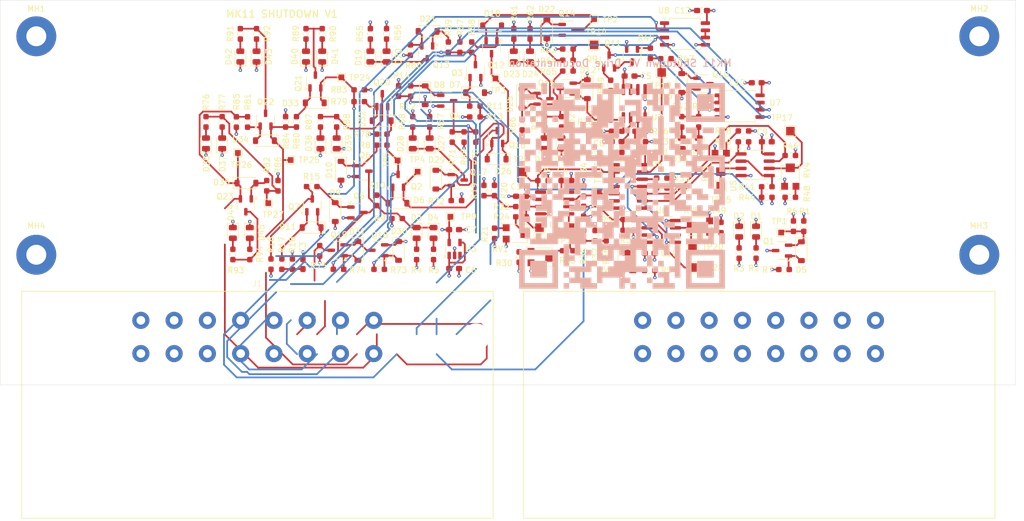
<source format=kicad_pcb>
(kicad_pcb (version 20241229) (generator "pcbnew") (generator_version "9.0")
  (layers (0 "F.Cu" signal) (4 "In1.Cu" signal) (6 "In2.Cu" signal) (2 "B.Cu" signal) (13 "F.Paste" user) (15 "B.Paste" user) (5 "F.SilkS" user "F.Silkscreen") (7 "B.SilkS" user "B.Silkscreen") (1 "F.Mask" user) (3 "B.Mask" user) (25 "Edge.Cuts" user))
  (net 0 "")
  (net 1 "GND")
  (net 2 "Net-(D1-A)")
  (net 3 "Net-(D2-A)")
  (net 4 "Net-(D3-A)")
  (net 5 "Net-(D4-A)")
  (net 6 "/ISENSE-EXT")
  (net 7 "/BSE")
  (net 8 "Net-(C3-Pad2)")
  (net 9 "12V")
  (net 10 "BATT+PROT")
  (net 11 "Net-(D9-K)")
  (net 12 "/BYPASS-BTN")
  (net 13 "Net-(D7-K)")
  (net 14 "/HVILS-A")
  (net 15 "Net-(D18-A)")
  (net 16 "Net-(D19-K)")
  (net 17 "Net-(D20-A)")
  (net 18 "Net-(D12-A)")
  (net 19 "Net-(D13-A)")
  (net 20 "Net-(D14-A)")
  (net 21 "Net-(D16-A)")
  (net 22 "Net-(D17-A)")
  (net 23 "Net-(D22-A)")
  (net 24 "Net-(D19-A)")
  (net 25 "Net-(D21-A)")
  (net 26 "Net-(D23-K)")
  (net 27 "/BMS-Fault-Passthru/INPUT")
  (net 28 "Net-(D23-A)")
  (net 29 "Net-(D24-A)")
  (net 30 "Net-(D25-A)")
  (net 31 "/BMS-Fault-Passthru/OUTPUT")
  (net 32 "Net-(D26-A)")
  (net 33 "Net-(Q8-D)")
  (net 34 "Net-(D27-K)")
  (net 35 "Net-(D28-A)")
  (net 36 "Net-(D29-A)")
  (net 37 "/IMD-Fault-Passthru/OUTPUT")
  (net 38 "Net-(D31-K)")
  (net 39 "/BOTS-A")
  (net 40 "/BOTS-B")
  (net 41 "/CRASH-SW-A")
  (net 42 "Net-(D45-A)")
  (net 43 "/IMD-FAULT")
  (net 44 "/SD-POWER")
  (net 45 "Net-(D40-A)")
  (net 46 "Net-(D41-A)")
  (net 47 "/TSSI-STATUS")
  (net 48 "Net-(D43-A)")
  (net 49 "Net-(R24-Pad1)")
  (net 50 "Net-(R29-Pad1)")
  (net 51 "Net-(U2A--)")
  (net 52 "/BSPD-FAULT-VCU-BUF")
  (net 53 "/BMS-FAULT-VCU-BUF")
  (net 54 "/IMD-FAULT-VCU-BUF")
  (net 55 "Net-(U2A-+)")
  (net 56 "/BMS-FAULT-VCU")
  (net 57 "/IMD-FAULT-VCU")
  (net 58 "Net-(D27-A)")
  (net 59 "Net-(D30-A)")
  (net 60 "Net-(D31-A)")
  (net 61 "Net-(D32-A)")
  (net 62 "Net-(D33-A)")
  (net 63 "Net-(D34-A)")
  (net 64 "Net-(D35-A)")
  (net 65 "Net-(D36-A)")
  (net 66 "Net-(D37-A)")
  (net 67 "Net-(D38-A)")
  (net 68 "Net-(D39-A)")
  (net 69 "Net-(D5-A)")
  (net 70 "Net-(D15-A)")
  (net 71 "/BSPD-FAULT-VCU")
  (net 72 "Net-(R46-Pad1)")
  (net 73 "Net-(Q11-B)")
  (net 74 "Net-(Q20-D)")
  (net 75 "Net-(Q21-D)")
  (net 76 "/BMS-FAULT")
  (net 77 "Net-(D42-A)")
  (net 78 "Net-(Q22-D)")
  (net 79 "Net-(U1A-+)")
  (net 80 "BATT+")
  (net 81 "Net-(Q23-D)")
  (net 82 "Net-(R19-Pad1)")
  (net 83 "Net-(R21-Pad1)")
  (net 84 "Net-(R25-Pad1)")
  (net 85 "Net-(D44-A)")
  (net 86 "Net-(R38-Pad1)")
  (net 87 "Net-(R40-Pad1)")
  (net 88 "Net-(D5-K)")
  (net 89 "Net-(D6-A)")
  (net 90 "Net-(D8-K)")
  (net 91 "Net-(D10-K)")
  (net 92 "Net-(D11-A)")
  (net 93 "Net-(D21-K)")
  (net 94 "Net-(D25-K)")
  (net 95 "Net-(D29-K)")
  (net 99 "Net-(Q7-D)")
  (net 100 "Net-(Q9-B)")
  (net 101 "Net-(Q11-C)")
  (net 102 "Net-(Q10-D)")
  (net 103 "Net-(R27-Pad1)")
  (net 104 "Net-(R30-Pad1)")
  (net 105 "Net-(U1B-+)")
  (net 106 "Net-(R33-Pad1)")
  (net 107 "Net-(R34-Pad1)")
  (net 108 "Net-(R35-Pad1)")
  (net 109 "Net-(U5A--)")
  (net 110 "Net-(R45-Pad1)")
  (net 111 "Net-(R48-Pad2)")
  (net 112 "Net-(R49-Pad1)")
  (net 113 "Net-(R50-Pad1)")
  (net 114 "Net-(U6A--)")
  (net 115 "Net-(R53-Pad1)")
  (net 116 "Net-(R54-Pad2)")
  (net 117 "Net-(U5A-+)")
  (net 118 "Net-(U5B--)")
  (net 119 "Net-(U6A-+)")
  (net 120 "Net-(U6B--)")
  (net 121 "Net-(U2B--)")
  (net 125 "Net-(U8B--)")
  (net 138 "unconnected-(J1-Pad6)")
  (net 141 "unconnected-(J1-Pad8)")
  (net 142 "unconnected-(J1-Pad16)")
  (net 147 "unconnected-(J1-Pad7)")
  (footprint "TestPoint:TestPoint_Pad_1.0x1.0mm" (layer "F.Cu") (at 135.61101 121.144889)
    (property "Reference" "TP26")
    (property "Value" "~")
  )
  (footprint "Resistor_SMD:R_0603_1608Metric_Pad0.98x0.95mm_HandSolder" (layer "F.Cu") (at 226.61191 138.757289 -90)
    (property "Reference" "R2")
    (property "Value" "510")
  )
  (footprint "LED_SMD:LED_0805_2012Metric" (layer "F.Cu") (at 152.95741 119.466189 90)
    (property "Reference" "D39")
    (property "Value" "Red")
  )
  (footprint "Resistor_SMD:R_0603_1608Metric_Pad0.98x0.95mm_HandSolder" (layer "F.Cu") (at 201.08511 109.283089 90)
    (property "Reference" "R39")
    (property "Value" "100k")
  )
  (footprint "Diode_SMD:D_SOD-123" (layer "F.Cu") (at 177.26231 110.553089)
    (property "Reference" "D7")
    (property "Value" "BZT52C16")
  )
  (footprint "Resistor_SMD:R_0603_1608Metric_Pad0.98x0.95mm_HandSolder" (layer "F.Cu") (at 180.68331 135.292689 -90)
    (property "Reference" "R21")
    (property "Value" "100k")
  )
  (footprint "TestPoint:TestPoint_Pad_1.0x1.0mm" (layer "F.Cu") (at 140.94501 129.984089)
    (property "Reference" "TP27")
    (property "Value" "~")
  )
  (footprint "Package_TO_SOT_SMD:SOT-23-3" (layer "F.Cu") (at 153.12971 138.256089 180)
    (property "Reference" "Q19")
    (property "Value" "SI2347DS-T1-GE3")
  )
  (footprint "TestPoint:TestPoint_Pad_1.5x1.5mm" (layer "F.Cu") (at 210.03121 106.997089)
    (property "Reference" "TP19")
    (property "Value" "~")
  )
  (footprint "Resistor_SMD:R_0603_1608Metric_Pad0.98x0.95mm_HandSolder" (layer "F.Cu") (at 137.70321 138.992689 -90)
    (property "Reference" "R94")
    (property "Value" "510")
  )
  (footprint "MountingHole:MountingHole_3.5mm_Pad_TopBottom" (layer "F.Cu") (at 265.817819 100.638919)
    (property "Reference" "MH2")
    (property "Value" "~")
  )
  (footprint "Resistor_SMD:R_0603_1608Metric_Pad0.98x0.95mm_HandSolder" (layer "F.Cu") (at 173.25201 118.350889 -90)
    (property "Reference" "R71")
    (property "Value" "100k")
  )
  (footprint "Package_SO:SOIC-8_3.9x4.9mm_P1.27mm" (layer "F.Cu") (at 205.21971 112.483489 90)
    (property "Reference" "U2")
    (property "Value" "LM393BIDR")
  )
  (footprint "Resistor_SMD:R_0603_1608Metric_Pad0.98x0.95mm_HandSolder" (layer "F.Cu") (at 160.88221 119.773289)
    (property "Reference" "R8")
    (property "Value" "100k")
  )
  (footprint "Resistor_SMD:R_0603_1608Metric_Pad0.98x0.95mm_HandSolder" (layer "F.Cu") (at 163.82861 110.265289 -90)
    (property "Reference" "R14")
    (property "Value" "2.2k")
  )
  (footprint "Resistor_SMD:R_0603_1608Metric_Pad0.98x0.95mm_HandSolder" (layer "F.Cu") (at 200.16511 115.328289 180)
    (property "Reference" "R28")
    (property "Value" "100k")
  )
  (footprint "Resistor_SMD:R_0603_1608Metric_Pad0.98x0.95mm_HandSolder" (layer "F.Cu") (at 202.12831 117.334889 180)
    (property "Reference" "R27")
    (property "Value" "3k")
  )
  (footprint "Diode_SMD:D_SOD-123" (layer "F.Cu") (at 137.11901 126.453489)
    (property "Reference" "D35")
    (property "Value" "BZT52C16")
  )
  (footprint "Resistor_SMD:R_0603_1608Metric_Pad0.98x0.95mm_HandSolder" (layer "F.Cu") (at 145.18501 140.690889 90)
    (property "Reference" "R18")
    (property "Value" "390k")
  )
  (footprint "Resistor_SMD:R_0603_1608Metric_Pad0.98x0.95mm_HandSolder" (layer "F.Cu") (at 200.29211 135.699089 90)
    (property "Reference" "R36")
    (property "Value" "0")
  )
  (footprint "LED_SMD:LED_0805_2012Metric" (layer "F.Cu") (at 150.41741 104.203089 90)
    (property "Reference" "D41")
    (property "Value" "Red")
  )
  (footprint "Resistor_SMD:R_0603_1608Metric_Pad0.98x0.95mm_HandSolder" (layer "F.Cu") (at 137.31101 115.708389 -90)
    (property "Reference" "R81")
    (property "Value" "100k")
  )
  (footprint "Diode_SMD:D_SOD-123" (layer "F.Cu") (at 152.70341 131.544689 -90)
    (property "Reference" "D9")
    (property "Value" "BZT52C16")
  )
  (footprint "Diode_SMD:D_SOD-123" (layer "F.Cu") (at 168.50221 111.010289 -90)
    (property "Reference" "D8")
    (property "Value" "BZT52C16")
  )
  (footprint "Diode_SMD:D_SOD-123" (layer "F.Cu") (at 153.71941 124.280289 -90)
    (property "Reference" "D10")
    (property "Value" "BZT52C16")
  )
  (footprint "LED_SMD:LED_0805_2012Metric" (layer "F.Cu") (at 216.53361 119.466189 90)
    (property "Reference" "D17")
    (property "Value" "Red")
  )
  (footprint "-Connectors:0194270049" (layer "F.Cu") (at 139.021579 153.498519)
    (property "Reference" "J1")
    (property "Value" "0194270049")
  )
  (footprint "Resistor_SMD:R_0603_1608Metric_Pad0.98x0.95mm_HandSolder" (layer "F.Cu") (at 192.44351 115.681589 90)
    (property "Reference" "R32")
    (property "Value" "510")
  )
  (footprint "Resistor_SMD:R_0603_1608Metric_Pad0.98x0.95mm_HandSolder" (layer "F.Cu") (at 165.96221 110.265289 -90)
    (property "Reference" "R12")
    (property "Value" "100k")
  )
  (footprint "Resistor_SMD:R_0603_1608Metric_Pad0.98x0.95mm_HandSolder" (layer "F.Cu") (at 150.11261 115.681589 90)
    (property "Reference" "R87")
    (property "Value" "510")
  )
  (footprint "Resistor_SMD:R_0603_1608Metric_Pad0.98x0.95mm_HandSolder" (layer "F.Cu") (at 138.88581 100.215289 90)
    (property "Reference" "R92")
    (property "Value" "510")
  )
  (footprint "LED_SMD:LED_0805_2012Metric" (layer "F.Cu") (at 161.72041 104.203089 90)
    (property "Reference" "D20")
    (property "Value" "Red")
  )
  (footprint "Resistor_SMD:R_0603_1608Metric_Pad0.98x0.95mm_HandSolder" (layer "F.Cu") (at 130.00701 115.681589 90)
    (property "Reference" "R76")
    (property "Value" "510")
  )
  (footprint "LED_SMD:LED_0805_2012Metric" (layer "F.Cu") (at 134.73141 135.208089 -90)
    (property "Reference" "D44")
    (property "Value" "Red")
  )
  (footprint "TestPoint:TestPoint_Pad_1.0x1.0mm" (layer "F.Cu") (at 172.93221 132.371689)
    (property "Reference" "TP9")
    (property "Value" "~")
  )
  (footprint "Package_TO_SOT_SMD:SOT-23-3" (layer "F.Cu") (at 160.27091 138.256089 180)
    (property "Reference" "Q18")
    (property "Value" "SI2347DS-T1-GE3")
  )
  (footprint "Diode_SMD:D_SOD-123" (layer "F.Cu") (at 149.11361 112.345489 180)
    (property "Reference" "D33")
    (property "Value" "BZT52C16")
  )
  (footprint "LED_SMD:LED_0805_2012Metric" (layer "F.Cu") (at 137.70321 135.208089 -90)
    (property "Reference" "D45")
    (property "Value" "Red")
  )
  (footprint "Diode_SMD:D_SOD-123" (layer "F.Cu") (at 213.56181 108.851289 90)
    (property "Reference" "D15")
    (property "Value" "BZT52C16")
  )
  (footprint "LED_SMD:LED_0805_2012Metric" (layer "F.Cu") (at 192.44351 119.466189 90)
    (property "Reference" "D14")
    (property "Value" "Red")
  )
  (footprint "Resistor_SMD:R_0603_1608Metric_Pad0.98x0.95mm_HandSolder" (layer "F.Cu") (at 228.50081 127.088489)
    (property "Reference" "R41")
    (property "Value" "1k")
  )
  (footprint "LED_SMD:LED_0805_2012Metric" (layer "F.Cu") (at 166.31781 119.466189 90)
    (property "Reference" "D28")
    (property "Value" "Red")
  )
  (footprint "Diode_SMD:D_SOD-123" (layer "F.Cu") (at 185.52571 111.554889 -90)
    (property "Reference" "D25")
    (property "Value" "BZT52C16")
  )
  (footprint "Capacitor_SMD:C_0603_1608Metric_Pad1.08x0.95mm_HandSolder" (layer "F.Cu") (at 202.12831 119.147789)
    (property "Reference" "C8")
    (property "Value" "100nF")
  )
  (footprint "Resistor_SMD:R_0603_1608Metric_Pad0.98x0.95mm_HandSolder" (layer "F.Cu") (at 228.50081 128.942689 180)
    (property "Reference" "R44")
    (property "Value" "100k")
  )
  (footprint "Resistor_SMD:R_0603_1608Metric_Pad0.98x0.95mm_HandSolder" (layer "F.Cu") (at 153.28381 141.610889)
    (property "Reference" "R74")
    (property "Value" "100k")
  )
  (footprint "TestPoint:TestPoint_Pad_1.5x1.5mm" (layer "F.Cu") (at 188.58271 134.276689 180)
    (property "Reference" "TP6")
    (property "Value" "~")
  )
  (footprint "Resistor_SMD:R_0603_1608Metric_Pad0.98x0.95mm_HandSolder" (layer "F.Cu") (at 231.52321 141.642689)
    (property "Reference" "R7")
    (property "Value" "10k")
  )
  (footprint "Diode_SMD:D_SOD-123" (layer "F.Cu") (at 163.64241 129.984089 180)
    (property "Reference" "D6")
    (property "Value" "BZT52C16")
  )
  (footprint "Diode_SMD:D_SOD-123" (layer "F.Cu") (at 168.93401 99.783489 180)
    (property "Reference" "D21")
    (property "Value" "BZT52C16")
  )
  (footprint "Resistor_SMD:R_0603_1608Metric_Pad0.98x0.95mm_HandSolder" (layer "F.Cu") (at 135.34101 115.708389 90)
    (property "Reference" "R85")
    (property "Value" "100k")
  )
  (footprint "Package_TO_SOT_SMD:SOT-23-3" (layer "F.Cu") (at 193.69351 99.514289)
    (property "Reference" "Q14")
    (property "Value" "SI2347DS-T1-GE3")
  )
  (footprint "Package_SO:SOIC-8_3.9x4.9mm_P1.27mm" (layer "F.Cu") (at 209.98041 134.948289 180)
    (property "Reference" "U6")
    (property "Value" "LM393BIDR")
  )
  (footprint "Resistor_SMD:R_0603_1608Metric_Pad0.98x0.95mm_HandSolder" (layer "F.Cu") (at 207.93041 141.811689 180)
    (property "Reference" "R54")
    (property "Value" "100k")
  )
  (footprint "Resistor_SMD:R_0603_1608Metric_Pad0.98x0.95mm_HandSolder" (layer "F.Cu") (at 224.40081 119.189089)
    (property "Reference" "R40")
    (property "Value" "10k")
  )
  (footprint "Resistor_SMD:R_0603_1608Metric_Pad0.98x0.95mm_HandSolder" (layer "F.Cu") (at 176.68101 102.557589 90)
    (property "Reference" "R58")
    (property "Value" "100k")
  )
  (footprint "Resistor_SMD:R_0603_1608Metric_Pad0.98x0.95mm_HandSolder" (layer "F.Cu") (at 193.57201 102.882289 180)
    (property "Reference" "R63")
    (property "Value" "100k")
  )
  (footprint "Resistor_SMD:R_0603_1608Metric_Pad0.98x0.95mm_HandSolder" (layer "F.Cu") (at 165.90851 103.066489 90)
    (property "Reference" "R60")
    (property "Value" "51")
  )
  (footprint "TestPoint:TestPoint_Pad_1.5x1.5mm" (layer "F.Cu") (at 198.76811 128.155289)
    (property "Reference" "TP13")
    (property "Value" "~")
  )
  (footprint "Resistor_SMD:R_0603_1608Metric_Pad0.98x0.95mm_HandSolder" (layer "F.Cu") (at 213.56181 115.681589 90)
    (property "Reference" "R42")
    (property "Value" "510")
  )
  (footprint "Potentiometer_SMD:Potentiometer_Bourns_TC33X_Vertical" (layer "F.Cu") (at 232.62301 125.208889 90)
    (property "Reference" "RV4")
    (property "Value" "100k")
  )
  (footprint "Package_TO_SOT_SMD:SOT-23-3" (layer "F.Cu") (at 148.67221 130.365089 90)
    (property "Reference" "Q7")
    (property "Value" "SI2347DS-T1-GE3")
  )
  (footprint "Capacitor_SMD:C_0603_1608Metric_Pad1.08x0.95mm_HandSolder" (layer "F.Cu") (at 228.50081 119.189089 180)
    (property "Reference" "C9")
    (property "Value" "100nF")
  )
  (footprint "MountingHole:MountingHole_3.5mm_Pad_TopBottom" (layer "F.Cu") (at 100.209819 100.638919)
    (property "Reference" "MH1")
    (property "Value" "~")
  )
  (footprint "Package_TO_SOT_SMD:SOT-23-3" (layer "F.Cu") (at 181.15981 118.350889 90)
    (property "Reference" "Q16")
    (property "Value" "SI2347DS-T1-GE3")
  )
  (footprint "Resistor_SMD:R_0603_1608Metric_Pad0.98x0.95mm_HandSolder" (layer "F.Cu") (at 178.82161 127.750789 90)
    (property "Reference" "R19")
    (property "Value" "0")
  )
  (footprint "LED_SMD:LED_0805_2012Metric" (layer "F.Cu") (at 169.28961 119.466189 90)
    (property "Reference" "D27")
    (property "Value" "Red")
  )
  (footprint "Resistor_SMD:R_0603_1608Metric_Pad0.98x0.95mm_HandSolder" (layer "F.Cu") (at 177.23981 114.820289)
    (property "Reference" "R13")
    (property "Value" "100k")
  )
  (footprint "LED_SMD:LED_0805_2012Metric" (layer "F.Cu") (at 223.64011 134.972689 -90)
    (property "Reference" "D2")
    (property "Value" "Red")
  )
  (footprint "Package_SO:SOIC-14_3.9x8.7mm_P1.27mm" (layer "F.Cu") (at 204.17831 127.038989)
    (property "Reference" "U4")
    (property "Value" "CD4002BM96")
  )
  (footprint "TestPoint:TestPoint_Pad_1.0x1.0mm" (layer "F.Cu") (at 180.84661 108.063889)
    (property "Reference" "TP3")
    (property "Value" "~")
  )
  (footprint "Package_SO:SOIC-8_5.3x5.3mm_P1.27mm" (layer "F.Cu") (at 223.72121 112.923689)
    (property "Reference" "U7")
    (property "Value" "TSB712AIDT")
  )
  (footprint "TestPoint:TestPoint_Pad_1.0x1.0mm" (layer "F.Cu") (at 163.66491 122.465689)
    (property "Reference" "TP5")
    (property "Value" "~")
  )
  (footprint "Resistor_SMD:R_0603_1608Metric_Pad0.98x0.95mm_HandSolder" (layer "F.Cu") (at 177.23981 112.915289)
    (property "Reference" "R11")
    (property "Value" "100k")
  )
  (footprint "Package_TO_SOT_SMD:SOT-23-3" (layer "F.Cu") (at 231.18941 138.315289 180)
    (property "Reference" "Q1")
    (property "Value" "SI2347DS-T1-GE3")
  )
  (footprint "Resistor_SMD:R_0603_1608Metric_Pad0.98x0.95mm_HandSolder" (layer "F.Cu") (at 223.64011 138.757289 -90)
    (property "Reference" "R3")
    (property "Value" "510")
  )
  (footprint "Resistor_SMD:R_0603_1608Metric_Pad0.98x0.95mm_HandSolder" (layer "F.Cu") (at 198.33631 135.699089 -90)
    (property "Reference" "R37")
    (property "Value" "0")
  )
  (footprint "Resistor_SMD:R_0603_1608Metric_Pad0.98x0.95mm_HandSolder" (layer "F.Cu") (at 148.58471 127.063089)
    (property "Reference" "R15")
    (property "Value" "100k")
  )
  (footprint "Resistor_SMD:R_0603_1608Metric_Pad0.98x0.95mm_HandSolder" (layer "F.Cu") (at 185.00131 139.460689 -90)
    (property "Reference" "R30")
    (property "Value" "100k")
  )
  (footprint "TestPoint:TestPoint_Pad_1.5x1.5mm" (layer "F.Cu") (at 198.16941 102.145689)
    (property "Reference" "TP14")
    (property "Value" "~")
  )
  (footprint "Capacitor_SMD:C_0603_1608Metric_Pad1.08x0.95mm_HandSolder" (layer "F.Cu") (at 193.29971 126.021689 180)
    (property "Reference" "C4")
    (property "Value" "100nF")
  )
  (footprint "Capacitor_SMD:C_0603_1608Metric_Pad1.08x0.95mm_HandSolder" (layer "F.Cu") (at 226.72121 108.808889)
    (property "Reference" "C12")
    (property "Value" "100nF")
  )
  (footprint "Diode_SMD:D_SOD-123" (layer "F.Cu") (at 181.04981 122.237089 180)
    (property "Reference" "D26")
    (property "Value" "BZT52C16")
  )
  (footprint "Resistor_SMD:R_0603_1608Metric_Pad0.98x0.95mm_HandSolder" (layer "F.Cu") (at 160.88221 117.842889)
    (property "Reference" "R78")
    (property "Value" "100k")
  )
  (footprint "Resistor_SMD:R_0603_1608Metric_Pad0.98x0.95mm_HandSolder" (layer "F.Cu") (at 202.12831 121.052789)
    (property "Reference" "R29")
    (property "Value" "3M")
  )
  (footprint "Package_SO:SOIC-8_3.9x4.9mm_P1.27mm" (layer "F.Cu") (at 191.24971 129.947489)
    (property "Reference" "U1")
    (property "Value" "LM393BIDR")
  )
  (footprint "Resistor_SMD:R_0603_1608Metric_Pad0.98x0.95mm_HandSolder" (layer "F.Cu") (at 143.33081 140.690889 -90)
    (property "Reference" "R17")
    (property "Value" "100k")
  )
  (footprint "Potentiometer_SMD:Potentiometer_Bourns_TC33X_Vertical" (layer "F.Cu") (at 216.65101 134.098289 180)
    (property "Reference" "RV5")
    (property "Value" "100k")
  )
  (footprint "Resistor_SMD:R_0603_1608Metric_Pad0.98x0.95mm_HandSolder" (layer "F.Cu") (at 185.32961 130.582489 180)
    (property "Reference" "R22")
    (property "Value" "0")
  )
  (footprint "Capacitor_SMD:C_0603_1608Metric_Pad1.08x0.95mm_HandSolder" (layer "F.Cu") (at 173.58221 141.464889 180)
    (property "Reference" "C6")
    (property "Value" "1uF")
  )
  (footprint "Resistor_SMD:R_0603_1608Metric_Pad0.98x0.95mm_HandSolder" (layer "F.Cu") (at 196.32971 135.699089 90)
    (property "Reference" "R35")
    (property "Value" "0")
  )
  (footprint "Resistor_SMD:R_0603_1608Metric_Pad0.98x0.95mm_HandSolder" (layer "F.Cu") (at 149.98561 138.343589 90)
    (property "Reference" "R75")
    (property "Value" "100k")
  )
  (footprint "Resistor_SMD:R_0603_1608Metric_Pad0.98x0.95mm_HandSolder" (layer "F.Cu") (at 141.42581 140.690889 -90)
    (property "Reference" "R16")
    (property "Value" "100k")
  )
  (footprint "Capacitor_SMD:C_0603_1608Metric_Pad1.08x0.95mm_HandSolder" (layer "F.Cu") (at 206.26971 121.052789)
    (property "Reference" "C11")
    (property "Value" "100nF")
  )
  (footprint "Resistor_SMD:R_0603_1608Metric_Pad0.98x0.95mm_HandSolder" (layer "F.Cu") (at 172.56621 102.557589 90)
    (property "Reference" "R59")
    (property "Value" "100k")
  )
  (footprint "TestPoint:TestPoint_Pad_1.5x1.5mm" (layer "F.Cu") (at 215.45101 137.553289)
    (property "Reference" "TP20")
    (property "Value" "~")
  )
  (footprint "Diode_SMD:D_SOD-123" (layer "F.Cu") (at 160.85971 115.480689 180)
    (property "Reference" "D32")
    (property "Value" "BZT52C16")
  )
  (footprint "Resistor_SMD:R_0603_1608Metric_Pad0.98x0.95mm_HandSolder" (layer "F.Cu") (at 156.92171 110.049689 180)
    (property "Reference" "R83")
    (property "Value" "1M")
  )
  (footprint "LED_SMD:LED_0805_2012Metric" (layer "F.Cu") (at 184.07241 104.203089 90)
    (property "Reference" "D23")
    (property "Value" "Red")
  )
  (footprint "Resistor_SMD:R_0603_1608Metric_Pad0.98x0.95mm_HandSolder" (layer "F.Cu") (at 169.28961 115.681589 90)
    (property "Reference" "R67")
    (property "Value" "510")
  )
  (footprint "Resistor_SMD:R_0603_1608Metric_Pad0.98x0.95mm_HandSolder" (layer "F.Cu") (at 156.92171 112.127889)
    (property "Reference" "R79")
    (property "Value" "100k")
  )
  (footprint "Resistor_SMD:R_0603_1608Metric_Pad0.98x0.95mm_HandSolder" (layer "F.Cu") (at 193.57201 104.838089 180)
    (property "Reference" "R64")
    (property "Value" "100k")
  )
  (footprint "TestPoint:TestPoint_Pad_1.5x1.5mm" (layer "F.Cu") (at 232.64271 117.317889)
    (property "Reference" "TP17")
    (property "Value" "~")
  )
  (footprint "Resistor_SMD:R_0603_1608Metric_Pad0.98x0.95mm_HandSolder" (layer "F.Cu") (at 206.26971 119.163689)
    (property "Reference" "R23")
    (property "Value" "30k")
  )
  (footprint "TestPoint:TestPoint_Pad_1.0x1.0mm" (layer "F.Cu") (at 198.16941 97.624489)
    (property "Reference" "TP2")
    (property "Value" "~")
  )
  (footprint "LED_SMD:LED_0805_2012Metric" (layer "F.Cu") (at 169.96991 135.208089 -90)
    (property "Reference" "D4")
    (property "Value" "Red")
  )
  (footprint "Diode_SMD:D_SOD-123" (layer "F.Cu") (at 189.86671 99.404289 90)
    (property "Reference" "D22")
    (property "Value" "BZT52C16")
  )
  (footprint "Package_TO_SOT_SMD:SOT-23-3" (layer "F.Cu") (at 137.00901 130.349889 -90)
    (property "Reference" "Q23")
    (property "Value" "SI2347DS-T1-GE3")
  )
  (footprint "Diode_SMD:D_SOD-123" (layer "F.Cu") (at 156.68741 138.366089 -90)
    (property "Reference" "D31")
    (property "Value" "BZT52C16")
  )
  (footprint "TestPoint:TestPoint_Pad_1.5x1.5mm" (layer "F.Cu") (at 200.56511 112.762889)
    (property "Reference" "TP10")
    (property "Value" "~")
  )
  (footprint "LED_SMD:LED_0805_2012Metric" (layer "F.Cu") (at 213.56181 119.466189 90)
    (property "Reference" "D16")
    (property "Value" "Red")
  )
  (footprint "Diode_SMD:D_SOD-123" (layer "F.Cu") (at 180.26241 98.792889)
    (property "Reference" "D18")
    (property "Value" "BZT52C16")
  )
  (footprint "Resistor_SMD:R_0603_1608Metric_Pad0.98x0.95mm_HandSolder" (layer "F.Cu") (at 134.73141 138.992689 -90)
    (property "Reference" "R93")
    (property "Value" "510")
  )
  (footprint "Resistor_SMD:R_0603_1608Metric_Pad0.98x0.95mm_HandSolder" (layer "F.Cu") (at 174.59821 102.557589 90)
    (property "Reference" "R57")
    (property "Value" "100k")
  )
  (footprint "Resistor_SMD:R_0603_1608Metric_Pad0.98x0.95mm_HandSolder" (layer "F.Cu") (at 169.96991 138.992689 -90)
    (property "Reference" "R5")
    (property "Value" "510")
  )
  (footprint "Resistor_SMD:R_0603_1608Metric_Pad0.98x0.95mm_HandSolder" (layer "F.Cu") (at 160.42501 141.610889)
    (property "Reference" "R73")
    (property "Value" "100k")
  )
  (footprint "Capacitor_SMD:C_0603_1608Metric_Pad1.08x0.95mm_HandSolder" (layer "F.Cu") (at 185.32961 128.764889)
    (property "Reference" "C1")
    (property "Value" "10uF")
  )
  (footprint "LED_SMD:LED_0805_2012Metric" (layer "F.Cu") (at 150.11261 119.466189 90)
    (property "Reference" "D38")
    (property "Value" "Red")
  )
  (footprint "LED_SMD:LED_0805_2012Metric" (layer "F.Cu") (at 166.99811 135.208089 -90)
    (property "Reference" "D3")
    (property "Value" "Red")
  )
  (footprint "LED_SMD:LED_0805_2012Metric" (layer "F.Cu") (at 132.85181 119.466189 90)
    (property "Reference" "D37")
    (property "Value" "Red")
  )
  (footprint "TestPoint:TestPoint_Pad_1.0x1.0mm" (layer "F.Cu") (at 153.79561 107.860689)
    (property "Reference" "TP24")
    (property "Value" "~")
  )
  (footprint "Package_TO_SOT_SMD:SOT-23-3" (layer "F.Cu") (at 168.86901 103.466489 -90)
    (property "Reference" "Q13")
    (property "Value" "SI2318CDS-T1-GE3")
  )
  (footprint "Resistor_SMD:R_0603_1608Metric_Pad0.98x0.95mm_HandSolder" (layer "F.Cu") (at 150.41741 100.215289 90)
    (property "Reference" "R90")
    (property "Value" "510")
  )
  (footprint "Resistor_SMD:R_0603_1608Metric_Pad0.98x0.95mm_HandSolder" (layer "F.Cu") (at 180.66161 127.750789 -90)
    (property "Reference" "R20")
    (property "Value" "0")
  )
  (footprint "-Connectors:0194270049" (layer "F.Cu") (at 227.134179 153.498519)
    (property "Reference" "J2")
    (property "Value" "0194270049")
  )
  (footprint "TestPoint:TestPoint_Pad_1.0x1.0mm" (layer "F.Cu") (at 167.18141 124.447889)
    (property "Reference" "TP4")
    (property "Value" "~")
  )
  (footprint "Resistor_SMD:R_0603_1608Metric_Pad0.98x0.95mm_HandSolder" (layer "F.Cu") (at 175.33481 118.350889 -90)
    (property "Reference" "R69")
    (property "Value" "100k")
  )
  (footprint "Package_TO_SOT_SMD:SOT-23-3" (layer "F.Cu") (at 149.22361 108.591789 90)
    (property "Reference" "Q21")
    (property "Value" "SI2347DS-T1-GE3")
  )
  (footprint "Resistor_SMD:R_0603_1608Metric_Pad0.98x0.95mm_HandSolder" (layer "F.Cu") (at 220.47061 134.251289 90)
    (property "Reference" "R49")
    (property "Value" "100k")
  )
  (footprint "Package_SO:SOIC-8_3.9x4.9mm_P1.27mm" (layer "F.Cu") (at 226.45081 123.227689)
    (property "Reference" "U5")
    (property "Value" "LM393BIDR")
  )
  (footprint "Resistor_SMD:R_0603_1608Metric_Pad0.98x0.95mm_HandSolder" (layer "F.Cu") (at 204.16381 132.854289)
    (property "Reference" "R51")
    (property "Value" "1k")
  )
  (footprint "Resistor_SMD:R_0603_1608Metric_Pad0.98x0.95mm_HandSolder" (layer "F.Cu") (at 152.95741 115.681589 90)
    (property "Reference" "R88")
    (property "Value" "510")
  )
  (footprint "Resistor_SMD:R_0603_1608Metric_Pad0.98x0.95mm_HandSolder" (layer "F.Cu") (at 210.05661 125.564489)
    (property "Reference" "R53")
    (property "Value" "10k")
  )
  (footprint "Resistor_SMD:R_0603_1608Metric_Pad0.98x0.95mm_HandSolder" (layer "F.Cu") (at 216.53361 115.681589 90)
    (property "Reference" "R43")
    (property "Value" "510")
  )
  (footprint "Potentiometer_SMD:Potentiometer_Bourns_TC33X_Vertical" (layer "F.Cu") (at 184.52961 135.292689)
    (property "Reference" "RV1")
    (property "Value" "100k")
  )
  (footprint "Capacitor_SMD:C_0603_1608Metric_Pad1.08x0.95mm_HandSolder" (layer "F.Cu") (at 147.03921 140.690889 -90)
    (property "Reference" "C3")
    (property "Value" "470nF")
  )
  (footprint "Resistor_SMD:R_0603_1608Metric_Pad0.98x0.95mm_HandSolder" (layer "F.Cu") (at 186.91721 100.215289 90)
    (property "Reference" "R62")
    (property "Value" "510")
  )
  (footprint "Package_TO_SOT_SMD:SOT-23-3" (layer "F.Cu") (at 157.47861 124.345289)
    (property "Reference" "Q6")
    (property "Value" "SI2318CDS-T1-GE3")
  )
  (footprint "Resistor_SMD:R_0603_1608Metric_Pad0.98x0.95mm_HandSolder" (layer "F.Cu") (at 193.57201 106.758289 180)
    (property "Reference" "R65")
    (property "Value" "100k")
  )
  (footprint "Potentiometer_SMD:Potentiometer_Bourns_TC33X_Vertical" (layer "F.Cu") (at 188.88751 139.460689)
    (property "Reference" "RV2")
    (property "Value" "100k")
  )
  (footprint "Resistor_SMD:R_0603_1608Metric_Pad0.98x0.95mm_HandSolder" (layer "F.Cu") (at 184.07241 100.215289 90)
    (property "Reference" "R61")
    (property "Value" "510")
  )
  (footprint "Resistor_SMD:R_0603_1608Metric_Pad0.98x0.95mm_HandSolder" (layer "F.Cu") (at 204.16381 134.733889 180)
    (property "Reference" "R52")
    (property "Value" "100k")
  )
  (footprint "Diode_SMD:D_SOD-123" (layer "F.Cu") (at 163.82861 138.366089 -90)
    (property "Reference" "D30")
    (property "Value" "BZT52C16")
  )
  (footprint "Diode_SMD:D_SOD-123" (layer "F.Cu") (at 140.36581 118.985889 180)
    (property "Reference" "D34")
    (property "Value" "BZT52C16")
  )
  (footprint "Resistor_SMD:R_0603_1608Metric_Pad0.98x0.95mm_HandSolder" (layer "F.Cu") (at 233.17611 134.022689 -90)
    (property "Reference" "R6")
    (property "Value" "100k")
  )
  (footprint "TestPoint:TestPoint_Pad_1.0x1.0mm" (layer "F.Cu") (at 144.88021 122.389489)
    (property "Reference" "TP25")
    (property "Value" "~")
  )
  (footprint "Capacitor_SMD:C_0603_1608Metric_Pad1.08x0.95mm_HandSolder" (layer "F.Cu") (at 173.58221 134.632289 180)
    (property "Reference" "C7")
    (property "Value" "1uF")
  )
  (footprint "Package_TO_SOT_SMD:SOT-23-3" (layer "F.Cu") (at 140.47581 115.308389 90)
    (property "Reference" "Q22")
    (property "Value" "SI2347DS-T1-GE3")
  )
  (footprint "LED_SMD:LED_0805_2012Metric" (layer "F.Cu") (at 189.47171 119.466189 90)
    (property "Reference" "D13")
    (property "Value" "Red")
  )
  (footprint "Diode_SMD:D_SOD-123" (layer "F.Cu") (at 148.56221 134.268689 180)
    (property "Reference" "D11")
    (property "Value" "BZT52C16")
  )
  (footprint "LED_SMD:LED_0805_2012Metric" (layer "F.Cu") (at 226.61191 134.972689 -90)
    (property "Reference" "D1")
    (property "Value" "Red")
  )
  (footprint "Resistor_SMD:R_0603_1608Metric_Pad0.98x0.95mm_HandSolder" (layer "F.Cu") (at 140.67501 126.910689 90)
    (property "Reference" "R82")
    (property "Value" "100k")
  )
  (footprint "Resistor_SMD:R_0603_1608Metric_Pad0.98x0.95mm_HandSolder" (layer "F.Cu") (at 189.47171 115.681589 90)
    (property "Reference" "R31")
    (property "Value" "510")
  )
  (footprint "Resistor_SMD:R_0603_1608Metric_Pad0.98x0.95mm_HandSolder" (layer "F.Cu") (at 210.773128 104.567764)
    (property "Reference" "R47")
    (property "Value" "100k")
  )
  (footprint "Capacitor_SMD:C_0603_1608Metric_Pad1.08x0.95mm_HandSolder" (layer "F.Cu") (at 196.32971 131.457289 90)
    (property "Reference" "C2")
    (property "Value" "10uF")
  )
  (footprint "Package_TO_SOT_SMD:SOT-23-3" (layer "F.Cu") (at 174.21171 125.907889)
    (property "Reference" "Q17")
    (property "Value" "SI2318CDS-T1-GE3")
  )
  (footprint "Resistor_SMD:R_0603_1608Metric_Pad0.98x0.95mm_HandSolder" (layer "F.Cu") (at 147.57261 100.215289 90)
    (property "Reference" "R89")
    (property "Value" "510")
  )
  (footprint "LED_SMD:LED_0805_2012Metric" (layer "F.Cu") (at 147.57261 104.203089 90)
    (property "Reference" "D40")
    (property "Value" "Red")
  )
  (footprint "Resistor_SMD:R_0603_1608Metric_Pad0.98x0.95mm_HandSolder" (layer "F.Cu") (at 142.65621 126.910689 -90)
    (property "Reference" "R86")
    (property "Value" "100k")
  )
  (footprint "MountingHole:MountingHole_3.5mm_Pad_TopBottom" (layer "F.Cu") (at 265.817819 139.043972)
    (property "Reference" "MH3")
    (property "Value" "~")
  )
  (footprint "Resistor_SMD:R_0603_1608Metric_Pad0.98x0.95mm_HandSolder" (layer "F.Cu") (at 206.26971 117.334889 180)
    (property "Reference" "R26")
    (property "Value" "120k")
  )
  (footprint "Potentiometer_SMD:Potentiometer_Bourns_TC33X_Vertical" (layer "F.Cu") (at 203.96381 139.891689 90)
    (property "Reference" "RV6")
    (property "Value" "100k")
  )
  (footprint "Resistor_SMD:R_0603_1608Metric_Pad0.98x0.95mm_HandSolder" (layer "F.Cu") (at 208.05001 103.625289 90)
    (property "Reference" "R45")
    (property "Value" "100k")
  )
  (footprint "Resistor_SMD:R_0603_1608Metric_Pad0.98x0.95mm_HandSolder" (layer "F.Cu") (at 163.57461 132.676489 180)
    (property "Reference" "R9")
    (property "Value" "100k")
  )
  (footprint "Package_TO_SOT_SMD:SOT-23-3" (layer "F.Cu") (at 193.36881 109.833489 180)
    (property "Reference" "Q8")
    (property "Value" "SI2347DS-T1-GE3")
  )
  (footprint "Resistor_SMD:R_0603_1608Metric_Pad0.98x0.95mm_HandSolder" (layer "F.Cu") (at 145.89621 115.681589 90)
    (property "Reference" "R80")
    (property "Value" "100k")
  )
  (footprint "Package_TO_SOT_SMD:SOT-23-3" (layer "F.Cu") (at 200.81101 105.066689 90)
    (property "Reference" "Q9")
    (property "Value" "MMBT3904L RFG")
  )
  (footprint "LED_SMD:LED_0805_2012Metric" (layer "F.Cu") (at 130.00701 119.466189 90)
    (property "Reference" "D36")
    (property "Value" "Red")
  )
  (footprint "Resistor_SMD:R_0603_1608Metric_Pad0.98x0.95mm_HandSolder" (layer "F.Cu") (at 132.85181 115.681589 90)
    (property "Reference" "R77")
    (property "Value" "510")
  )
  (footprint "Resistor_SMD:R_0603_1608Metric_Pad0.98x0.95mm_HandSolder" (layer "F.Cu") (at 161.72041 100.215289 90)
    (property "Reference" "R56")
    (property "Value" "510")
  )
  (footprint "Resistor_SMD:R_0603_1608Metric_Pad0.98x0.95mm_HandSolder" (layer "F.Cu") (at 166.31781 115.681589 90)
    (property "Reference" "R68")
    (property "Value" "510")
  )
  (footprint "Package_TO_SOT_SMD:SOT-23-5" (layer "F.Cu") (at 173.66971 138.030389 90)
    (property "Reference" "U3")
    (property "Value" "MCP1804T-C002I/OT")
  )
  (footprint "Resistor_SMD:R_0603_1608Metric_Pad0.98x0.95mm_HandSolder" (layer "F.Cu") (at 136.04101 100.215289 90)
    (property "Reference" "R91")
    (property "Value" "510")
  )
  (footprint "Resistor_SMD:R_0603_1608Metric_Pad0.98x0.95mm_HandSolder" (layer "F.Cu") (at 143.99121 115.681589 -90)
    (property "Reference" "R84")
    (property "Value" "100k")
  )
  (footprint "LED_SMD:LED_0805_2012Metric" (layer "F.Cu") (at 186.91721 104.203089 90)
    (property "Reference" "D24")
    (property "Value" "Red")
  )
  (footprint "Resistor_SMD:R_0603_1608Metric_Pad0.98x0.95mm_HandSolder" (layer "F.Cu") (at 173.98861 129.526889 180)
    (property "Reference" "R72")
    (property "Value" "51")
  )
  (footprint "Resistor_SMD:R_0603_1608Metric_Pad0.98x0.95mm_HandSolder" (layer "F.Cu") (at 196.32971 127.850489 90)
    (property "Reference" "R34")
    (property "Value" "10k")
  )
  (footprint "Capacitor_SMD:C_0603_1608Metric_Pad1.08x0.95mm_HandSolder" (layer "F.Cu") (at 217.122 96.1142)
    (property "Reference" "C13")
    (property "Value" "100nF")
  )
  (footprint "LED_SMD:LED_0805_2012Metric" (layer "F.Cu") (at 136.04101 104.203089 90)
    (property "Reference" "D42")
    (property "Value" "Red")
  )
  (footprint "Package_TO_SOT_SMD:SOT-23-3" (layer "F.Cu") (at 180.15241 102.557589 -90)
    (property "Reference" "Q12")
    (property "Value" "SI2347DS-T1-GE3")
  )
  (footprint "Capacitor_SMD:C_0603_1608Metric_Pad1.08x0.95mm_HandSolder" (layer "F.Cu") (at 204.39241 107.632089 180)
    (property "Reference" "C5")
    (property "Value" "100nF")
  )
  (footprint "Resistor_SMD:R_0603_1608Metric_Pad0.98x0.95mm_HandSolder" (layer "F.Cu") (at 234.99311 134.022689 90)
    (property "Reference" "R1")
    (property "Value" "0")
  )
  (footprint "Package_TO_SOT_SMD:SOT-23-3" (layer "F.Cu") (at 172.36301 111.961389)
    (property "Reference" "Q4")
    (property "Value" "SI2318CDS-T1-GE3")
  )
  (footprint "LED_SMD:LED_0805_2012Metric" (layer "F.Cu") (at 138.88581 104.203089 90)
    (property "Reference" "D43")
    (property "Value" "Red")
  )
  (footprint "Diode_SMD:D_SOD-123" (layer "F.Cu") (at 170.38181 125.842889 -90)
    (property "Reference" "D29")
    (property "Value" "BZT52C16")
  )
  (footprint "Resistor_SMD:R_0603_1608Metric_Pad0.98x0.95mm_HandSolder" (layer "F.Cu") (at 185.52571 116.191889 90)
    (property "Reference" "R66")
    (property "Value" "51")
  )
  (footprint "Resistor_SMD:R_0603_1608Metric_Pad0.98x0.95mm_HandSolder" (layer "F.Cu") (at 189.19971 126.021689)
    (property "Reference" "R25")
    (property "Value" "10k")
  )
  (footprint "Package_TO_SOT_SMD:SOT-23-3" (layer "F.Cu") (at 163.75241 126.047089 90)
    (property "Reference" "Q2")
    (property "Value" "SI2347DS-T1-GE3")
  )
  (footprint "Resistor_SMD:R_0603_1608Metric_Pad0.98x0.95mm_HandSolder" (layer "F.Cu") (at 158.87561 100.215289 90)
    (property "Reference" "R55")
    (property "Value" "510")
  )
  (footprint "Resistor_SMD:R_0603_1608Metric_Pad0.98x0.95mm_HandSolder" (layer "F.Cu") (at 166.99811 138.992689 -90)
    (property "Reference" "R4")
    (property "Value" "510")
  )
  (footprint "Package_TO_SOT_SMD:SOT-23-3" (layer "F.Cu") (at 217.36631 108.961289)
    (property "Reference" "Q10")
    (property "Value" "SI2347DS-T1-GE3")
  )
  (footprint "Package_TO_SOT_SMD:SOT-23-3" (layer "F.Cu") (at 204.83831 104.025289 -90)
    (property "Reference" "Q11")
    (property "Value" "MMBT3904L RFG")
  )
  (footprint "TestPoint:TestPoint_Pad_1.5x1.5mm" (layer "F.Cu") (at 185.50931 124.472289)
    (property "Reference" "TP8")
    (property "Value" "~")
  )
  (footprint "Resistor_SMD:R_0603_1608Metric_Pad0.98x0.95mm_HandSolder" (layer "F.Cu") (at 193.54211 138.340689)
    (property "Reference" "R33")
    (property "Value" "0")
  )
  (footprint "MountingHole:MountingHole_3.5mm_Pad_TopBottom" (layer "F.Cu") (at 100.209819 139.043972)
    (property "Reference" "MH4")
    (property "Value" "~")
  )
  (footprint "TestPoint:TestPoint_Pad_1.5x1.5mm" (layer "F.Cu") (at 220.40561 126.986889)
    (property "Reference" "TP15")
    (property "Value" "~")
  )
  (footprint "Package_TO_SOT_SMD:SOT-23-3" (layer "F.Cu") (at 189.27941 111.619889)
    (property "Reference" "Q15")
    (property "Value" "SI2318CDS-T1-GE3")
  )
  (footprint "Resistor_SMD:R_0603_1608Metric_Pad0.98x0.95mm_HandSolder" (layer "F.Cu") (at 159.96781 129.484089 90)
    (property "Reference" "R10")
    (property "Value" "100k")
  )
  (footprint "Diode_SMD:D_SOD-123" (layer "F.Cu") (at 234.57311 138.425289 -90)
    (property "Reference" "D5")
    (property "Value" "BZT52C16")
  )
  (footprint "LED_SMD:LED_0805_2012Metric" (layer "F.Cu") (at 158.87561 104.203089 90)
    (property "Reference" "D19")
    (property "Value" "Red")
  )
  (footprint "Diode_SMD:D_SOD-123" (layer "F.Cu") (at 196.97561 109.943489 -90)
    (property "Reference" "D12")
    (property "Value" "BZT52C16")
  )
  (footprint "Resistor_SMD:R_0603_1608Metric_Pad0.98x0.95mm_HandSolder" (layer "F.Cu") (at 224.40081 117.284089)
    (property "Reference" "R38")
    (property "Value" "100k")
  )
  (footprint "Resistor_SMD:R_0603_1608Metric_Pad0.98x0.95mm_HandSolder" (layer "F.Cu") (at 210.05661 127.317089)
    (property "Reference" "R50")
    (property "Value" "10k")
  )
  (footprint "Resistor_SMD:R_0603_1608Metric_Pad0.98x0.95mm_HandSolder" (layer "F.Cu") (at 185.32961 132.371689)
    (property "Reference" "R24")
    (property "Value" "0")
  )
  (footprint "TestPoint:TestPoint_Pad_1.5x1.5mm" (layer "F.Cu") (at 193.94211 134.276689)
    (property "Reference" "TP11")
    (property "Value" "~")
  )
  (footprint "Package_TO_SOT_SMD:SOT-23-3" (layer "F.Cu") (at 156.58961 131.609689)
    (property "Reference" "Q5")
    (property "Value" "SI2318CDS-T1-GE3")
  )
  (footprint "TestPoint:TestPoint_Pad_1.5x1.5mm" (layer "F.Cu") (at 215.45101 141.291689)
    (property "Reference" "TP22")
    (property "Value" "~")
  )
  (footprint "Capacitor_SMD:C_0603_1608Metric_Pad1.08x0.95mm_HandSolder" (layer "F.Cu") (at 207.93041 138.772489 180)
    (property "Reference" "C10")
    (property "Value" "100nF")
  )
  (footprint "TestPoint:TestPoint_Pad_1.0x1.0mm" (layer "F.Cu") (at 231.01711 135.140289 -90)
    (property "Reference" "TP1")
    (property "Value" "~")
  )
  (footprint "Potentiometer_SMD:Potentiometer_Bourns_TC33X_Vertical" (layer "F.Cu") (at 220.40561 122.999089 -90)
    (property "Reference" "RV3")
    (property "Value" "100k")
  )
  (footprint "Package_TO_SOT_SMD:SOT-23-3" (layer "F.Cu") (at 177.32731 106.768489 90)
    (property "Reference" "Q3")
    (property "Value" "SI2318CDS-T1-GE3")
  )
  (footprint "Package_TO_SOT_SMD:SOT-23-3" (layer "F.Cu") (at 160.96971 111.873889 90)
    (property "Reference" "Q20")
    (property "Value" "SI2347DS-T1-GE3")
  )
  (footprint "Resistor_SMD:R_0603_1608Metric_Pad0.98x0.95mm_HandSolder" (layer "F.Cu") (at 232.62301 121.602089)
    (property "Reference" "R46")
    (property "Value" "10k")
  )
  (footprint "Resistor_SMD:R_0603_1608Metric_Pad0.98x0.95mm_HandSolder" (layer "F.Cu") (at 232.62301 128.942689)
    (property "Reference" "R48")
    (property "Value" "100k")
  )
  (footprint "Package_SO:SOIC-8_5.3x5.3mm_P1.27mm" (layer "F.Cu") (at 214.122 100.2284)
    (property "Reference" "U8")
    (property "Value" "TSB712AIDT")
  )
  (footprint "Resistor_SMD:R_0603_1608Metric_Pad0.98x0.95mm_HandSolder" (layer "F.Cu") (at 177.39221 118.350889 -90)
    (property "Reference" "R70")
    (property "Value" "100k")
  )
  (footprint "LOGO" (layer "B.Cu") (at 203.068999 126.936485 180)
    (property "Reference" "G***" (hide yes))
    (property "Value" "LOGO" (hide yes))
  )
  (gr_line (start 272.167819 161.903972) (end 272.167819 94.288919) (stroke (width 0.05)) (layer "Edge.Cuts"))
  (gr_line (start 93.859819 94.288919) (end 272.167819 94.289047) (stroke (width 0.05)) (layer "Edge.Cuts"))
  (gr_line (start 93.859819 161.903972) (end 93.859819 94.288919) (stroke (width 0.05)) (layer "Edge.Cuts"))
  (gr_line (start 272.167819 161.903972) (end 93.859819 161.903972) (stroke (width 0.05)) (layer "Edge.Cuts"))
  (gr_text "MK11 SHUTDOWN V1" (at 133.426588 97.473213 0) (layer "F.SilkS") (effects (font (size 1.27 1.27) (thickness 0.2032)) (justify left bottom)))
  (gr_text "MK11 Shutdown V1 Drive Documentation" (at 202.749888 106.096339 0) (layer "B.SilkS") (effects (font (size 1.27 1.27) (thickness 0.2032)) (justify bottom mirror)))
  (segment (start 206.6036 107.632089) (end 205.25491 107.632089) (width 0.3048) (layer "F.Cu") (net 1))
  (segment (start 216.0778 102.1334) (end 217.7095 102.1334) (width 0.3048) (layer "F.Cu") (net 1))
  (segment (start 205.07631 135.89) (end 205.07631 134.733889) (width 0.3048) (layer "F.Cu") (net 1))
  (segment (start 152.70341 134.406208) (end 152.70341 133.194689) (width 0.3048) (layer "F.Cu") (net 1))
  (segment (start 158.776553 117.842889) (end 159.96971 117.842889) (width 0.3048) (layer "F.Cu") (net 1))
  (segment (start 213.56181 121.58841) (end 213.5886 121.6152) (width 0.3048) (layer "F.Cu") (net 1))
  (segment (start 158.962658 110.049689) (end 157.83421 110.049689) (width 0.3048) (layer "F.Cu") (net 1))
  (segment (start 226.61191 132.842) (end 226.61191 134.035189) (width 0.3048) (layer "F.Cu") (net 1))
  (segment (start 213.56181 121.5644) (end 213.56181 120.403689) (width 0.3048) (layer "F.Cu") (net 1))
  (segment (start 183.2102 128.764889) (end 184.46711 128.764889) (width 0.3048) (layer "F.Cu") (net 1))
  (segment (start 174.44471 142.742044) (end 174.44471 141.464889) (width 0.3048) (layer "F.Cu") (net 1))
  (segment (start 210.8454 133.043289) (end 212.45541 133.043289) (width 0.3048) (layer "F.Cu") (net 1))
  (segment (start 187.08751 141.9098) (end 187.08751 140.460689) (width 0.3048) (layer "F.Cu") (net 1))
  (segment (start 189.47171 121.8184) (end 189.47171 120.403689) (width 0.3048) (layer "F.Cu") (net 1))
  (segment (start 135.34101 117.843517) (end 135.34101 116.620889) (width 0.3048) (layer "F.Cu") (net 1))
  (segment (start 233.17611 131.8768) (end 233.17611 133.110189) (width 0.3048) (layer "F.Cu") (net 1))
  (segment (start 141.42581 142.761129) (end 141.42581 141.603389) (width 0.3048) (layer "F.Cu") (net 1))
  (segment (start 198.33631 133.64169) (end 198.3486 133.6294) (width 0.3048) (layer "F.Cu") (net 1))
  (segment (start 229.4382 141.642689) (end 230.61071 141.642689) (width 0.3048) (layer "F.Cu") (net 1))
  (segment (start 143.99121 113.605107) (end 143.99121 114.769089) (width 0.3048) (layer "F.Cu") (net 1))
  (segment (start 154.119943 132.559689) (end 155.45211 132.559689) (width 0.3048) (layer "F.Cu") (net 1))
  (segment (start 199.9234 119.147789) (end 201.26581 119.147789) (width 0.3048) (layer "F.Cu") (net 1))
  (segment (start 207.12471 111.7346) (end 207.12471 110.008489) (width 0.3048) (layer "F.Cu") (net 1))
  (segment (start 198.33631 133.6294) (end 198.33631 134.786589) (width 0.3048) (layer "F.Cu") (net 1))
  (segment (start 175.077825 114.820289) (end 176.32731 114.820289) (width 0.3048) (layer "F.Cu") (net 1))
  (segment (start 169.906429 112.911389) (end 171.22551 112.911389) (width 0.3048) (layer "F.Cu") (net 1))
  (segment (start 224.663 108.808889) (end 225.85871 108.808889) (width 0.3048) (layer "F.Cu") (net 1))
  (segment (start 208.84291 143.0528) (end 208.84291 141.811689) (width 0.3048) (layer "F.Cu") (net 1))
  (segment (start 208.28 117.334889) (end 207.18221 117.334889) (width 0.3048) (layer "F.Cu") (net 1))
  (segment (start 138.88581 106.6038) (end 138.88581 105.140589) (width 0.3048) (layer "F.Cu") (net 1))
  (segment (start 150.11261 121.602637) (end 150.11261 120.403689) (width 0.3048) (layer "F.Cu") (net 1))
  (segment (start 197.5358 132.319789) (end 196.32971 132.319789) (width 0.3048) (layer "F.Cu") (net 1))
  (segment (start 147.57261 106.6038) (end 147.57261 105.140589) (width 0.3048) (layer "F.Cu") (net 1))
  (segment (start 147.03921 138.56647) (end 147.03921 139.828389) (width 0.3048) (layer "F.Cu") (net 1))
  (segment (start 185.52571 118.2624) (end 185.52571 117.104389) (width 0.3048) (layer "F.Cu") (net 1))
  (segment (start 229.41331 128.942689) (end 229.41331 130.0226) (width 0.3048) (layer "F.Cu") (net 1))
  (segment (start 130.00701 121.529508) (end 130.00701 120.403689) (width 0.3048) (layer "F.Cu") (net 1))
  (segment (start 225.666711 125.132689) (end 225.679 125.1204) (width 0.3048) (layer "F.Cu") (net 1))
  (segment (start 203.3524 130.848989) (end 201.70331 130.848989) (width 0.3048) (layer "F.Cu") (net 1))
  (segment (start 173.66971 139.167889) (end 173.66971 137.912775) (width 0.3048) (layer "F.Cu") (net 1))
  (segment (start 154.240571 120.403689) (end 152.95741 120.403689) (width 0.3048) (layer "F.Cu") (net 1))
  (segment (start 164.736776 103.978989) (end 165.90851 103.978989) (width 0.3048) (layer "F.Cu") (net 1))
  (segment (start 137.70321 133.203582) (end 137.70321 134.270589) (width 0.3048) (layer "F.Cu") (net 1))
  (segment (start 190.5508 131.852489) (end 188.77471 131.852489) (width 0.3048) (layer "F.Cu") (net 1))
  (segment (start 219.40561 119.93921) (end 219.4052 119.9388) (width 0.3048) (layer "F.Cu") (net 1))
  (segment (start 155.102177 125.295289) (end 156.34111 125.295289) (width 0.3048) (layer "F.Cu") (net 1))
  (segment (start 194.16221 124.7648) (end 194.16221 126.021689) (width 0.3048) (layer "F.Cu") (net 1))
  (segment (start 214.985 96.1142) (end 214.9602 96.139) (width 0.3048) (layer "F.Cu") (net 1))
  (segment (start 216.53361 121.56301) (end 216.535 121.5644) (width 0.3048) (layer "F.Cu") (net 1))
  (segment (start 231.71051 130.0226) (end 231.71051 128.942689) (width 0.3048) (layer "F.Cu") (net 1))
  (segment (start 163.82861 108.274057) (end 163.82861 109.352789) (width 0.3048) (layer "F.Cu") (net 1))
  (segment (start 175.6664 134.632289) (end 174.44471 134.632289) (width 0.3048) (layer "F.Cu") (net 1))
  (segment (start 205.40721 122.1486) (end 205.40721 121.052789) (width 0.3048) (layer "F.Cu") (net 1))
  (segment (start 229.36331 118.13671) (end 229.362 118.1354) (width 0.3048) (layer "F.Cu") (net 1))
  (segment (start 192.44351 121.8184) (end 192.44351 120.403689) (width 0.3048) (layer "F.Cu") (net 1))
  (segment (start 214.9602 96.1142) (end 216.2595 96.1142) (width 0.3048) (layer "F.Cu") (net 1))
  (segment (start 142.65621 124.825343) (end 142.65621 125.998189) (width 0.3048) (layer "F.Cu") (net 1))
  (segment (start 221.6658 114.828689) (end 220.13371 114.828689) (width 0.3048) (layer "F.Cu") (net 1))
  (segment (start 218.45101 131.7244) (end 218.45101 133.098289) (width 0.3048) (layer "F.Cu") (net 1))
  (segment (start 203.88831 101.6) (end 203.88831 102.887789) (width 0.3048) (layer "F.Cu") (net 1))
  (segment (start 212.09 102.1334) (end 210.5345 102.1334) (width 0.3048) (layer "F.Cu") (net 1))
  (segment (start 182.72961 137.5664) (end 182.72961 136.292689) (width 0.3048) (layer "F.Cu") (net 1))
  (segment (start 221.661089 114.828689) (end 221.6658 114.8334) (width 0.3048) (layer "F.Cu") (net 1))
  (segment (start 149.98561 140.432592) (end 149.98561 139.256089) (width 0.3048) (layer "F.Cu") (net 1))
  (segment (start 229.36331 118.0084) (end 229.36331 119.189089) (width 0.3048) (layer "F.Cu") (net 1))
  (segment (start 153.71941 127.019177) (end 153.71941 125.930289) (width 0.3048) (layer "F.Cu") (net 1))
  (segment (start 207.12471 113.284) (end 207.12471 114.958489) (width 0.3048) (layer "F.Cu") (net 1))
  (segment (start 208.79291 139.9286) (end 208.79291 138.772489) (width 0.3048) (layer "F.Cu") (net 1))
  (segment (start 180.66161 125.7046) (end 180.66161 126.838289) (width 0.3048) (layer "F.Cu") (net 1))
  (segment (start 216.53361 121.5644) (end 216.53361 120.403689) (width 0.3048) (layer "F.Cu") (net 1))
  (segment (start 223.64011 134.035189) (end 223.64011 132.842) (width 0.3048) (layer "F.Cu") (net 1))
  (segment (start 132.85181 121.529508) (end 132.85181 120.403689) (width 0.3048) (layer "F.Cu") (net 1))
  (segment (start 168.50221 112.660289) (end 168.50221 111.25061) (width 0.3048) (layer "F.Cu") (net 1))
  (segment (start 136.04101 106.6038) (end 136.04101 105.140589) (width 0.3048) (layer "F.Cu") (net 1))
  (segment (start 174.90111 128.3716) (end 174.90111 129.526889) (width 0.3048) (layer "F.Cu") (net 1))
  (segment (start 150.41741 106.6038) (end 150.41741 105.140589) (width 0.3048) (layer "F.Cu") (net 1))
  (segment (start 219.40561 119.9388) (end 219.40561 121.199089) (width 0.3048) (layer "F.Cu") (net 1))
  (segment (start 134.73141 133.203582) (end 134.73141 134.270589) (width 0.3048) (layer "F.Cu") (net 1))
  (segment (start 179.967066 110.553089) (end 178.91231 110.553089) (width 0.3048) (layer "F.Cu") (net 1))
  (segment (start 225.679 125.132689) (end 223.97581 125.132689) (width 0.3048) (layer "F.Cu") (net 1))
  (segment (start 178.27731 109.246855) (end 178.27731 107.905989) (width 0.3048) (layer "F.Cu") (net 1))
  (via (at 130.00701 121.529508) (size 0.6096) (drill 0.254) (layers "F.Cu" "B.Cu") (net 1))
  (via (at 213.56181 121.5644) (size 0.6096) (drill 0.254) (layers "F.Cu" "B.Cu") (net 1))
  (via (at 205.07631 135.89) (size 0.6096) (drill 0.254) (layers "F.Cu" "B.Cu") (net 1))
  (via (at 173.66971 137.912775) (size 0.6096) (drill 0.254) (layers "F.Cu" "B.Cu") (net 1))
  (via (at 214.9602 96.1142) (size 0.6096) (drill 0.254) (layers "F.Cu" "B.Cu") (net 1))
  (via (at 153.71941 127.019177) (size 0.6096) (drill 0.254) (layers "F.Cu" "B.Cu") (net 1))
  (via (at 208.28 117.334889) (size 0.6096) (drill 0.254) (layers "F.Cu" "B.Cu") (net 1))
  (via (at 197.5358 132.319789) (size 0.6096) (drill 0.254) (layers "F.Cu" "B.Cu") (net 1))
  (via (at 158.962658 110.049689) (size 0.6096) (drill 0.254) (layers "F.Cu" "B.Cu") (net 1))
  (via (at 206.6036 107.632089) (size 0.6096) (drill 0.254) (layers "F.Cu" "B.Cu") (net 1))
  (via (at 180.66161 125.7046) (size 0.6096) (drill 0.254) (layers "F.Cu" "B.Cu") (net 1))
  (via (at 141.42581 142.761129) (size 0.6096) (drill 0.254) (layers "F.Cu" "B.Cu") (net 1))
  (via (at 207.12471 113.284) (size 0.6096) (drill 0.254) (layers "F.Cu" "B.Cu") (net 1))
  (via (at 135.34101 117.843517) (size 0.6096) (drill 0.254) (layers "F.Cu" "B.Cu") (net 1))
  (via (at 175.077825 114.820289) (size 0.6096) (drill 0.254) (layers "F.Cu" "B.Cu") (net 1))
  (via (at 192.44351 121.8184) (size 0.6096) (drill 0.254) (layers "F.Cu" "B.Cu") (net 1))
  (via (at 229.4382 141.642689) (size 0.6096) (drill 0.254) (layers "F.Cu" "B.Cu") (net 1))
  (via (at 203.3524 130.848989) (size 0.6096) (drill 0.254) (layers "F.Cu" "B.Cu") (net 1))
  (via (at 190.5508 131.852489) (size 0.6096) (drill 0.254) (layers "F.Cu" "B.Cu") (net 1))
  (via (at 183.2102 128.764889) (size 0.6096) (drill 0.254) (layers "F.Cu" "B.Cu") (net 1))
  (via (at 198.33631 133.6294) (size 0.6096) (drill 0.254) (layers "F.Cu" "B.Cu") (net 1))
  (via (at 138.88581 106.6038) (size 0.6096) (drill 0.254) (layers "F.Cu" "B.Cu") (net 1))
  (via (at 199.9234 119.147789) (size 0.6096) (drill 0.254) (layers "F.Cu" "B.Cu") (net 1))
  (via (at 152.70341 134.406208) (size 0.6096) (drill 0.254) (layers "F.Cu" "B.Cu") (net 1))
  (via (at 136.04101 106.6038) (size 0.6096) (drill 0.254) (layers "F.Cu" "B.Cu") (net 1))
  (via (at 231.71051 130.0226) (size 0.6096) (drill 0.254) (layers "F.Cu" "B.Cu") (net 1))
  (via (at 163.82861 108.274057) (size 0.6096) (drill 0.254) (layers "F.Cu" "B.Cu") (net 1))
  (via (at 150.11261 121.602637) (size 0.6096) (drill 0.254) (layers "F.Cu" "B.Cu") (net 1))
  (via (at 208.84291 143.0528) (size 0.6096) (drill 0.254) (layers "F.Cu" "B.Cu") (net 1))
  (via (at 132.85181 121.529508) (size 0.6096) (drill 0.254) (layers "F.Cu" "B.Cu") (net 1))
  (via (at 225.679 125.132689) (size 0.6096) (drill 0.254) (layers "F.Cu" "B.Cu") (net 1))
  (via (at 219.40561 119.9388) (size 0.6096) (drill 0.254) (layers "F.Cu" "B.Cu") (net 1))
  (via (at 178.27731 109.246855) (size 0.6096) (drill 0.254) (layers "F.Cu" "B.Cu") (net 1))
  (via (at 143.99121 113.605107) (size 0.6096) (drill 0.254) (layers "F.Cu" "B.Cu") (net 1))
  (via (at 207.12471 111.7346) (size 0.6096) (drill 0.254) (layers "F.Cu" "B.Cu") (net 1))
  (via (at 168.50221 111.25061) (size 0.6096) (drill 0.254) (layers "F.Cu" "B.Cu") (net 1))
  (via (at 150.41741 106.6038) (size 0.6096) (drill 0.254) (layers "F.Cu" "B.Cu") (net 1))
  (via (at 223.64011 132.842) (size 0.6096) (drill 0.254) (layers "F.Cu" "B.Cu") (net 1))
  (via (at 226.61191 132.842) (size 0.6096) (drill 0.254) (layers "F.Cu" "B.Cu") (net 1))
  (via (at 158.776553 117.842889) (size 0.6096) (drill 0.254) (layers "F.Cu" "B.Cu") (net 1))
  (via (at 208.79291 139.9286) (size 0.6096) (drill 0.254) (layers "F.Cu" "B.Cu") (net 1))
  (via (at 155.102177 125.295289) (size 0.6096) (drill 0.254) (layers "F.Cu" "B.Cu") (net 1))
  (via (at 229.41331 130.0226) (size 0.6096) (drill 0.254) (layers "F.Cu" "B.Cu") (net 1))
  (via (at 194.16221 124.7648) (size 0.6096) (drill 0.254) (layers "F.Cu" "B.Cu") (net 1))
  (via (at 210.8454 133.043289) (size 0.6096) (drill 0.254) (layers "F.Cu" "B.Cu") (net 1))
  (via (at 182.72961 137.5664) (size 0.6096) (drill 0.254) (layers "F.Cu" "B.Cu") (net 1))
  (via (at 205.40721 122.1486) (size 0.6096) (drill 0.254) (layers "F.Cu" "B.Cu") (net 1))
  (via (at 212.09 102.1334) (size 0.6096) (drill 0.254) (layers "F.Cu" "B.Cu") (net 1))
  (via (at 134.73141 133.203582) (size 0.6096) (drill 0.254) (layers "F.Cu" "B.Cu") (net 1))
  (via (at 175.6664 134.632289) (size 0.6096) (drill 0.254) (layers "F.Cu" "B.Cu") (net 1))
  (via (at 185.52571 118.2624) (size 0.6096) (drill 0.254) (layers "F.Cu" "B.Cu") (net 1))
  (via (at 169.906429 112.911389) (size 0.6096) (drill 0.254) (layers "F.Cu" "B.Cu") (net 1))
  (via (at 147.03921 138.56647) (size 0.6096) (drill 0.254) (layers "F.Cu" "B.Cu") (net 1))
  (via (at 203.88831 101.6) (size 0.6096) (drill 0.254) (layers "F.Cu" "B.Cu") (net 1))
  (via (at 174.90111 128.3716) (size 0.6096) (drill 0.254) (layers "F.Cu" "B.Cu") (net 1))
  (via (at 179.967066 110.553089) (size 0.6096) (drill 0.254) (layers "F.Cu" "B.Cu") (net 1))
  (via (at 154.119943 132.559689) (size 0.6096) (drill 0.254) (layers "F.Cu" "B.Cu") (net 1))
  (via (at 142.65621 124.825343) (size 0.6096) (drill 0.254) (layers "F.Cu" "B.Cu") (net 1))
  (via (at 187.08751 141.9098) (size 0.6096) (drill 0.254) (layers "F.Cu" "B.Cu") (net 1))
  (via (at 174.44471 142.742044) (size 0.6096) (drill 0.254) (layers "F.Cu" "B.Cu") (net 1))
  (via (at 147.57261 106.6038) (size 0.6096) (drill 0.254) (layers "F.Cu" "B.Cu") (net 1))
  (via (at 233.17611 131.8768) (size 0.6096) (drill 0.254) (layers "F.Cu" "B.Cu") (net 1))
  (via (at 137.70321 133.203582) (size 0.6096) (drill 0.254) (layers "F.Cu" "B.Cu") (net 1))
  (via (at 149.98561 140.432592) (size 0.6096) (drill 0.254) (layers "F.Cu" "B.Cu") (net 1))
  (via (at 189.47171 121.8184) (size 0.6096) (drill 0.254) (layers "F.Cu" "B.Cu") (net 1))
  (via (at 221.6658 114.828689) (size 0.6096) (drill 0.254) (layers "F.Cu" "B.Cu") (net 1))
  (via (at 224.663 108.808889) (size 0.6096) (drill 0.254) (layers "F.Cu" "B.Cu") (net 1))
  (via (at 164.736776 103.978989) (size 0.6096) (drill 0.254) (layers "F.Cu" "B.Cu") (net 1))
  (via (at 216.53361 121.5644) (size 0.6096) (drill 0.254) (layers "F.Cu" "B.Cu") (net 1))
  (via (at 218.45101 131.7244) (size 0.6096) (drill 0.254) (layers "F.Cu" "B.Cu") (net 1))
  (via (at 229.36331 118.0084) (size 0.6096) (drill 0.254) (layers "F.Cu" "B.Cu") (net 1))
  (via (at 216.0778 102.1334) (size 0.6096) (drill 0.254) (layers "F.Cu" "B.Cu") (net 1))
  (via (at 154.240571 120.403689) (size 0.6096) (drill 0.254) (layers "F.Cu" "B.Cu") (net 1))
  (segment (start 167.004581 151.935107) (end 177.419 141.520688) (width 0.3048) (layer "B.Cu") (net 1))
  (segment (start 167.004581 153.018517) (end 167.004581 151.935107) (width 0.3048) (layer "B.Cu") (net 1))
  (segment (start 226.61191 137.844789) (end 226.61191 135.910189) (width 0.3048) (layer "F.Cu") (net 2))
  (segment (start 223.64011 137.844789) (end 223.64011 135.910189) (width 0.3048) (layer "F.Cu") (net 3))
  (segment (start 166.99811 136.145589) (end 166.99811 138.080189) (width 0.3048) (layer "F.Cu") (net 4))
  (segment (start 169.96991 136.145589) (end 169.96991 138.080189) (width 0.3048) (layer "F.Cu") (net 5))
  (segment (start 227.58831 127.088489) (end 227.58831 128.942689) (width 0.3048) (layer "F.Cu") (net 6))
  (segment (start 188.77471 129.312489) (end 187.453089 129.312489) (width 0.3048) (layer "F.Cu") (net 6))
  (segment (start 186.905489 128.764889) (end 186.19211 128.764889) (width 0.3048) (layer "F.Cu") (net 6))
  (segment (start 187.453089 129.312489) (end 186.905489 128.764889) (width 0.3048) (layer "F.Cu") (net 6))
  (segment (start 186.19211 128.764889) (end 186.19211 127.5588) (width 0.3048) (layer "F.Cu") (net 6))
  (segment (start 227.58831 130.0226) (end 227.58831 128.942689) (width 0.3048) (layer "F.Cu") (net 6))
  (via (at 186.19211 127.5588) (size 0.6096) (drill 0.254) (layers "F.Cu" "B.Cu") (net 6))
  (via (at 227.58831 130.0226) (size 0.6096) (drill 0.254) (layers "F.Cu" "B.Cu") (net 6))
  (segment (start 164.9984 112.249161) (end 166.709151 110.53841) (width 0.3048) (layer "B.Cu") (net 6))
  (segment (start 186.19211 127.5588) (end 201.2188 127.5588) (width 0.3048) (layer "B.Cu") (net 6))
  (segment (start 171.2976 115.532489) (end 169.812289 115.532489) (width 0.3048) (layer "B.Cu") (net 6))
  (segment (start 177.419 135.170688) (end 177.419 125.73) (width 0.3048) (layer "B.Cu") (net 6))
  (segment (start 176.797228 115.532489) (end 171.2976 115.532489) (width 0.3048) (layer "B.Cu") (net 6))
  (segment (start 176.827193 110.53841) (end 184.81351 118.524727) (width 0.3048) (layer "B.Cu") (net 6))
  (segment (start 222.417999 124.852289) (end 227.58831 130.0226) (width 0.3048) (layer "B.Cu") (net 6))
  (segment (start 201.2188 127.5588) (end 203.925311 124.852289) (width 0.3048) (layer "B.Cu") (net 6))
  (segment (start 167.069089 115.532489) (end 164.9984 113.4618) (width 0.3048) (layer "B.Cu") (net 6))
  (segment (start 166.709151 110.53841) (end 176.827193 110.53841) (width 0.3048) (layer "B.Cu") (net 6))
  (segment (start 171.2976 115.532489) (end 167.069089 115.532489) (width 0.3048) (layer "B.Cu") (net 6))
  (segment (start 184.81351 126.1802) (end 186.19211 127.5588) (width 0.3048) (layer "B.Cu") (net 6))
  (segment (start 184.81351 118.524727) (end 184.81351 126.1802) (width 0.3048) (layer "B.Cu") (net 6))
  (segment (start 177.419 125.73) (end 177.419 116.154261) (width 0.3048) (layer "B.Cu") (net 6))
  (segment (start 164.9984 113.4618) (end 164.9984 112.249161) (width 0.3048) (layer "B.Cu") (net 6))
  (segment (start 169.812289 115.532489) (end 167.794538 113.514738) (width 0.3048) (layer "B.Cu") (net 6))
  (segment (start 177.419 116.154261) (end 176.797228 115.532489) (width 0.3048) (layer "B.Cu") (net 6))
  (segment (start 203.925311 124.852289) (end 222.417999 124.852289) (width 0.3048) (layer "B.Cu") (net 6))
  (segment (start 196.32971 130.594789) (end 197.7136 130.594789) (width 0.3048) (layer "F.Cu") (net 7))
  (segment (start 193.72471 130.582489) (end 196.31741 130.582489) (width 0.3048) (layer "F.Cu") (net 7))
  (segment (start 199.047789 130.594789) (end 201.307289 132.854289) (width 0.3048) (layer "F.Cu") (net 7))
  (segment (start 197.7136 130.594789) (end 199.047789 130.594789) (width 0.3048) (layer "F.Cu") (net 7))
  (segment (start 196.31741 130.582489) (end 196.32971 130.594789) (width 0.3048) (layer "F.Cu") (net 7))
  (segment (start 201.307289 132.854289) (end 203.25131 132.854289) (width 0.3048) (layer "F.Cu") (net 7))
  (segment (start 203.25131 132.854289) (end 203.25131 134.733889) (width 0.3048) (layer "F.Cu") (net 7))
  (via (at 197.5358 130.594789) (size 0.6096) (drill 0.254) (layers "F.Cu" "B.Cu") (net 7))
  (segment (start 196.3166 131.813989) (end 197.5358 130.594789) (width 0.3048) (layer "B.Cu") (net 7))
  (segment (start 187.833 159.2072) (end 196.3166 150.7236) (width 0.3048) (layer "B.Cu") (net 7))
  (segment (start 170.504581 156.518519) (end 173.193262 159.2072) (width 0.3048) (layer "B.Cu") (net 7))
  (segment (start 196.3166 150.7236) (end 196.3166 138.163989) (width 0.3048) (layer "B.Cu") (net 7))
  (segment (start 173.193262 159.2072) (end 187.833 159.2072) (width 0.3048) (layer "B.Cu") (net 7))
  (segment (start 143.38081 141.553389) (end 143.33081 141.603389) (width 0.3048) (layer "F.Cu") (net 8))
  (segment (start 147.03921 141.553389) (end 143.38081 141.553389) (width 0.3048) (layer "F.Cu") (net 8))
  (segment (start 214.517111 110.501289) (end 213.56181 110.501289) (width 0.3048) (layer "F.Cu") (net 9))
  (segment (start 192.43721 126.021689) (end 192.43721 127.84501) (width 0.3048) (layer "F.Cu") (net 9))
  (segment (start 172.71971 132.584189) (end 172.93221 132.371689) (width 0.3048) (layer "F.Cu") (net 9))
  (segment (start 217.7095 98.3234) (end 217.9845 98.3234) (width 0.3048) (layer "F.Cu") (net 9))
  (segment (start 196.32971 125.8824) (end 196.32971 126.937989) (width 0.3048) (layer "F.Cu") (net 9))
  (segment (start 203.31471 110.008489) (end 203.31471 107.847289) (width 0.3048) (layer "F.Cu") (net 9))
  (segment (start 212.2932 125.564489) (end 210.96911 125.564489) (width 0.3048) (layer "F.Cu") (net 9))
  (segment (start 227.58371 111.018689) (end 227.30871 111.018689) (width 0.3048) (layer "F.Cu") (net 9))
  (segment (start 227.63831 118.03731) (end 227.6094 118.0084) (width 0.3048) (layer "F.Cu") (net 9))
  (segment (start 213.56181 111.5822) (end 213.56181 110.501289) (width 0.3048) (layer "F.Cu") (net 9))
  (segment (start 216.22881 109.911289) (end 215.107111 109.911289) (width 0.3048) (layer "F.Cu") (net 9))
  (segment (start 220.47061 132.1562) (end 220.47061 133.338789) (width 0.3048) (layer "F.Cu") (net 9))
  (segment (start 199.9234 117.334889) (end 201.21581 117.334889) (width 0.3048) (layer "F.Cu") (net 9))
  (segment (start 172.71971 134.632289) (end 172.71971 132.584189) (width 0.3048) (layer "F.Cu") (net 9))
  (segment (start 227.63831 118.0084) (end 227.63831 119.189089) (width 0.3048) (layer "F.Cu") (net 9))
  (segment (start 217.9845 98.3234) (end 217.9845 96.1142) (width 0.3048) (layer "F.Cu") (net 9))
  (segment (start 202.96381 143.0528) (end 202.96381 141.691689) (width 0.3048) (layer "F.Cu") (net 9))
  (segment (start 231.62301 125.7808) (end 231.62301 127.008889) (width 0.3048) (layer "F.Cu") (net 9))
  (segment (start 196.150911 108.293489) (end 196.97561 108.293489) (width 0.3048) (layer "F.Cu") (net 9))
  (segment (start 203.31471 107.847289) (end 203.52991 107.632089) (width 0.3048) (layer "F.Cu") (net 9))
  (segment (start 207.50541 136.853289) (end 207.06791 136.853289) (width 0.3048) (layer "F.Cu") (net 9))
  (segment (start 208.28 119.163689) (end 207.18221 119.163689) (width 0.3048) (layer "F.Cu") (net 9))
  (segment (start 212.2932 127.317089) (end 210.96911 127.317089) (width 0.3048) (layer "F.Cu") (net 9))
  (segment (start 225.31331 120.3452) (end 225.31331 119.189089) (width 0.3048) (layer "F.Cu") (net 9))
  (segment (start 195.560911 108.883489) (end 196.150911 108.293489) (width 0.3048) (layer "F.Cu") (net 9))
  (segment (start 192.634689 128.042489) (end 193.72471 128.042489) (width 0.3048) (layer "F.Cu") (net 9))
  (segment (start 219.1766 96.1142) (end 217.9845 96.1142) (width 0.3048) (layer "F.Cu") (net 9))
  (segment (start 207.13221 123.228989) (end 206.65331 123.228989) (width 0.3048) (layer "F.Cu") (net 9))
  (segment (start 208.28 121.052789) (end 207.13221 121.052789) (width 0.3048) (layer "F.Cu") (net 9))
  (segment (start 215.107111 109.911289) (end 214.517111 110.501289) (width 0.3048) (layer "F.Cu") (net 9))
  (segment (start 226.454111 117.284089) (end 226.4664 117.2718) (width 0.3048) (layer "F.Cu") (net 9))
  (segment (start 207.06791 136.853289) (end 207.06791 138.772489) (width 0.3048) (layer "F.Cu") (net 9))
  (segment (start 225.31331 120.32989) (end 225.298 120.3452) (width 0.3048) (layer "F.Cu") (net 9))
  (segment (start 194.50631 108.883489) (end 195.560911 108.883489) (width 0.3048) (layer "F.Cu") (net 9))
  (segment (start 190.11221 124.7648) (end 190.11221 126.021689) (width 0.3048) (layer "F.Cu") (net 9))
  (segment (start 207.13221 121.052789) (end 207.13221 123.228989) (width 0.3048) (layer "F.Cu") (net 9))
  (segment (start 171.4754 134.632289) (end 172.71971 134.632289) (width 0.3048) (layer "F.Cu") (net 9))
  (segment (start 227.63831 121.16151) (end 227.63831 119.189089) (width 0.3048) (layer "F.Cu") (net 9))
  (segment (start 228.9048 108.808889) (end 227.58371 108.808889) (width 0.3048) (layer "F.Cu") (net 9))
  (segment (start 180.68331 137.5664) (end 180.68331 136.205189) (width 0.3048) (layer "F.Cu") (net 9))
  (segment (start 178.82161 125.7046) (end 178.82161 126.838289) (width 0.3048) (layer "F.Cu") (net 9))
  (segment (start 233.53551 120.523) (end 233.53551 121.602089) (width 0.3048) (layer "F.Cu") (net 9))
  (segment (start 226.4664 117.284089) (end 225.31331 117.284089) (width 0.3048) (layer "F.Cu") (net 9))
  (segment (start 200.29211 133.6294) (end 200.29211 134.786589) (width 0.3048) (layer "F.Cu") (net 9))
  (segment (start 192.43721 127.84501) (end 192.634689 128.042489) (width 0.3048) (layer "F.Cu") (net 9))
  (segment (start 207.06791 139.9286) (end 207.06791 138.772489) (width 0.3048) (layer "F.Cu") (net 9))
  (segment (start 228.92581 121.322689) (end 227.799489 121.322689) (width 0.3048) (layer "F.Cu") (net 9))
  (segment (start 227.58371 108.808889) (end 227.58371 111.018689) (width 0.3048) (layer "F.Cu") (net 9))
  (segment (start 196.97561 107.1626) (end 196.97561 108.293489) (width 0.3048) (layer "F.Cu") (net 9))
  (segment (start 233.53551 120.54049) (end 233.553 120.523) (width 0.3048) (layer "F.Cu") (net 9))
  (segment (start 185.00131 141.9098) (end 185.00131 140.373189) (width 0.3048) (layer "F.Cu") (net 9))
  (segment (start 192.43721 126.021689) (end 192.43721 124.7648) (width 0.3048) (layer "F.Cu") (net 9))
  (segment (start 172.71971 136.892889) (end 172.71971 134.632289) (width 0.3048) (layer "F.Cu") (net 9))
  (segment (start 203.52991 106.4514) (end 203.52991 107.632089) (width 0.3048) (layer "F.Cu") (net 9))
  (segment (start 227.799489 121.322689) (end 227.63831 121.16151) (width 0.3048) (layer "F.Cu") (net 9))
  (segment (start 231.62301 125.78121) (end 231.6226 125.7808) (width 0.3048) (layer "F.Cu") (net 9))
  (via (at 190.11221 124.7648) (size 0.6096) (drill 0.254) (layers "F.Cu" "B.Cu") (net 9))
  (via (at 196.32971 125.8824) (size 0.6096) (drill 0.254) (layers "F.Cu" "B.Cu") (net 9))
  (via (at 178.82161 125.7046) (size 0.6096) (drill 0.254) (layers "F.Cu" "B.Cu") (net 9))
  (via (at 212.2932 127.317089) (size 0.6096) (drill 0.254) (layers "F.Cu" "B.Cu") (net 9))
  (via (at 207.06791 139.9286) (size 0.6096) (drill 0.254) (layers "F.Cu" "B.Cu") (net 9))
  (via (at 192.43721 124.7648) (size 0.6096) (drill 0.254) (layers "F.Cu" "B.Cu") (net 9))
  (via (at 213.56181 111.5822) (size 0.6096) (drill 0.254) (layers "F.Cu" "B.Cu") (net 9))
  (via (at 202.96381 143.0528) (size 0.6096) (drill 0.254) (layers "F.Cu" "B.Cu") (net 9))
  (via (at 220.47061 132.1562) (size 0.6096) (drill 0.254) (layers "F.Cu" "B.Cu") (net 9))
  (via (at 196.97561 107.1626) (size 0.6096) (drill 0.254) (layers "F.Cu" "B.Cu") (net 9))
  (via (at 231.62301 125.7808) (size 0.6096) (drill 0.254) (layers "F.Cu" "B.Cu") (net 9))
  (via (at 219.1766 96.1142) (size 0.6096) (drill 0.254) (layers "F.Cu" "B.Cu") (net 9))
  (via (at 180.68331 137.5664) (size 0.6096) (drill 0.254) (layers "F.Cu" "B.Cu") (net 9))
  (via (at 171.4754 134.632289) (size 0.6096) (drill 0.254) (layers "F.Cu" "B.Cu") (net 9))
  (via (at 226.4664 117.284089) (size 0.6096) (drill 0.254) (layers "F.Cu" "B.Cu") (net 9))
  (via (at 212.2932 125.564489) (size 0.6096) (drill 0.254) (layers "F.Cu" "B.Cu") (net 9))
  (via (at 227.63831 118.0084) (size 0.6096) (drill 0.254) (layers "F.Cu" "B.Cu") (net 9))
  (via (at 200.29211 133.6294) (size 0.6096) (drill 0.254) (layers "F.Cu" "B.Cu") (net 9))
  (via (at 225.31331 120.3452) (size 0.6096) (drill 0.254) (layers "F.Cu" "B.Cu") (net 9))
  (via (at 208.28 121.052789) (size 0.6096) (drill 0.254) (layers "F.Cu" "B.Cu") (net 9))
  (via (at 233.53551 120.523) (size 0.6096) (drill 0.254) (layers "F.Cu" "B.Cu") (net 9))
  (via (at 185.00131 141.9098) (size 0.6096) (drill 0.254) (layers "F.Cu" "B.Cu") (net 9))
  (via (at 228.9048 108.808889) (size 0.6096) (drill 0.254) (layers "F.Cu" "B.Cu") (net 9))
  (via (at 208.28 119.163689) (size 0.6096) (drill 0.254) (layers "F.Cu" "B.Cu") (net 9))
  (via (at 199.9234 117.334889) (size 0.6096) (drill 0.254) (layers "F.Cu" "B.Cu") (net 9))
  (via (at 203.52991 106.4514) (size 0.6096) (drill 0.254) (layers "F.Cu" "B.Cu") (net 9))
  (segment (start 166.99811 141.299701) (end 166.99811 139.905189) (width 0.3048) (layer "F.Cu") (net 10))
  (segment (start 175.056863 140.424862) (end 175.463582 140.018143) (width 0.3048) (layer "F.Cu") (net 10))
  (segment (start 161.40841 137.306089) (end 163.23861 137.306089) (width 0.3048) (layer "F.Cu") (net 10))
  (segment (start 162.66211 133.930586) (end 162.66211 132.676489) (width 0.3048) (layer "F.Cu") (net 10))
  (segment (start 158.87561 98.170143) (end 158.87561 99.302789) (width 0.3048) (layer "F.Cu") (net 10))
  (segment (start 190.45671 100.464289) (end 189.86671 101.054289) (width 0.3048) (layer "F.Cu") (net 10))
  (segment (start 145.18501 138.56647) (end 145.18501 139.778389) (width 0.3048) (layer "F.Cu") (net 10))
  (segment (start 166.31781 113.762371) (end 166.31781 114.769089) (width 0.3048) (layer "F.Cu") (net 10))
  (segment (start 150.21221 135.768877) (end 150.21221 134.268689) (width 0.3048) (layer "F.Cu") (net 10))
  (segment (start 189.86671 102.171907) (end 189.86671 101.054289) (width 0.3048) (layer "F.Cu") (net 10))
  (segment (start 186.91721 98.158596) (end 186.91721 99.302789) (width 0.3048) (layer "F.Cu") (net 10))
  (segment (start 163.23861 137.306089) (end 163.82861 136.716089) (width 0.3048) (layer "F.Cu") (net 10))
  (segment (start 172.71971 142.742044) (end 172.71971 141.464889) (width 0.3048) (layer "F.Cu") (net 10))
  (segment (start 192.55601 100.464289) (end 190.45671 100.464289) (width 0.3048) (layer "F.Cu") (net 10))
  (segment (start 184.07241 98.158596) (end 184.07241 99.302789) (width 0.3048) (layer "F.Cu") (net 10))
  (segment (start 165.087984 136.716089) (end 163.82861 136.716089) (width 0.3048) (layer "F.Cu") (net 10))
  (segment (start 169.28961 113.762371) (end 169.28961 114.769089) (width 0.3048) (layer "F.Cu") (net 10))
  (segment (start 172.71971 139.167889) (end 172.71971 140.504611) (width 0.3048) (layer "F.Cu") (net 10))
  (segment (start 175.33481 120.337365) (end 175.33481 119.263389) (width 0.3048) (layer "F.Cu") (net 10))
  (segment (start 172.799459 140.424862) (end 175.056863 140.424862) (width 0.3048) (layer "F.Cu") (net 10))
  (segment (start 149.62221 131.502589) (end 149.62221 133.678689) (width 0.3048) (layer "F.Cu") (net 10))
  (segment (start 175.463582 140.018143) (end 175.463582 137.179086) (width 0.3048) (layer "F.Cu") (net 10))
  (segment (start 169.96991 141.299701) (end 169.96991 139.905189) (width 0.3048) (layer "F.Cu") (net 10))
  (segment (start 191.41498 102.882289) (end 192.65951 102.882289) (width 0.3048) (layer "F.Cu") (net 10))
  (segment (start 175.177385 136.892889) (end 174.61971 136.892889) (width 0.3048) (layer "F.Cu") (net 10))
  (segment (start 175.463582 137.179086) (end 175.177385 136.892889) (width 0.3048) (layer "F.Cu") (net 10))
  (segment (start 149.62221 133.678689) (end 150.21221 134.268689) (width 0.3048) (layer "F.Cu") (net 10))
  (segment (start 161.72041 98.170143) (end 161.72041 99.302789) (width 0.3048) (layer "F.Cu") (net 10))
  (segment (start 172.71971 140.504611) (end 172.71971 141.464889) (width 0.3048) (layer "F.Cu") (net 10))
  (segment (start 234.99311 131.8768) (end 234.99311 133.110189) (width 0.3048) (layer "F.Cu") (net 10))
  (segment (start 174.59821 100.526083) (end 174.59821 101.645089) (width 0.3048) (layer "F.Cu") (net 10))
  (via (at 150.21221 135.768877) (size 0.6096) (drill 0.254) (layers "F.Cu" "B.Cu") (net 10))
  (via (at 166.31781 113.762371) (size 0.6096) (drill 0.254) (layers "F.Cu" "B.Cu") (net 10))
  (via (at 174.59821 100.526083) (size 0.6096) (drill 0.254) (layers "F.Cu" "B.Cu") (net 10))
  (via (at 161.72041 98.170143) (size 0.6096) (drill 0.254) (layers "F.Cu" "B.Cu") (net 10))
  (via (at 189.86671 102.171907) (size 0.6096) (drill 0.254) (layers "F.Cu" "B.Cu") (net 10))
  (via (at 166.99811 141.299701) (size 0.6096) (drill 0.254) (layers "F.Cu" "B.Cu") (net 10))
  (via (at 165.087984 136.716089) (size 0.6096) (drill 0.254) (layers "F.Cu" "B.Cu") (net 10))
  (via (at 169.28961 113.762371) (size 0.6096) (drill 0.254) (layers "F.Cu" "B.Cu") (net 10))
  (via (at 234.99311 131.8768) (size 0.6096) (drill 0.254) (layers "F.Cu" "B.Cu") (net 10))
  (via (at 186.91721 98.158596) (size 0.6096) (drill 0.254) (layers "F.Cu" "B.Cu") (net 10))
  (via (at 175.33481 120.337365) (size 0.6096) (drill 0.254) (layers "F.Cu" "B.Cu") (net 10))
  (via (at 184.07241 98.158596) (size 0.6096) (drill 0.254) (layers "F.Cu" "B.Cu") (net 10))
  (via (at 158.87561 98.170143) (size 0.6096) (drill 0.254) (layers "F.Cu" "B.Cu") (net 10))
  (via (at 145.18501 138.56647) (size 0.6096) (drill 0.254) (layers "F.Cu" "B.Cu") (net 10))
  (via (at 162.66211 133.930586) (size 0.6096) (drill 0.254) (layers "F.Cu" "B.Cu") (net 10))
  (via (at 191.41498 102.882289) (size 0.6096) (drill 0.254) (layers "F.Cu" "B.Cu") (net 10))
  (via (at 172.71971 142.742044) (size 0.6096) (drill 0.254) (layers "F.Cu" "B.Cu") (net 10))
  (via (at 169.96991 141.299701) (size 0.6096) (drill 0.254) (layers "F.Cu" "B.Cu") (net 10))
  (segment (start 149.49721 127.063089) (end 149.87181 127.063089) (width 0.3048) (layer "F.Cu") (net 11))
  (segment (start 155.45211 130.659689) (end 153.46841 130.659689) (width 0.3048) (layer "F.Cu") (net 11))
  (segment (start 149.87181 127.063089) (end 152.70341 129.894689) (width 0.3048) (layer "F.Cu") (net 11))
  (segment (start 153.46841 130.659689) (end 152.70341 129.894689) (width 0.3048) (layer "F.Cu") (net 11))
  (segment (start 161.36531 131.794089) (end 159.96781 130.396589) (width 0.3048) (layer "F.Cu") (net 12))
  (segment (start 159.96781 130.396589) (end 158.61611 129.044889) (width 0.3048) (layer "F.Cu") (net 12))
  (segment (start 164.48711 132.676489) (end 163.60471 131.794089) (width 0.3048) (layer "F.Cu") (net 12))
  (segment (start 157.72711 131.609689) (end 158.75471 131.609689) (width 0.3048) (layer "F.Cu") (net 12))
  (segment (start 163.60471 131.794089) (end 161.36531 131.794089) (width 0.3048) (layer "F.Cu") (net 12))
  (segment (start 166.08121 134.270589) (end 164.48711 132.676489) (width 0.3048) (layer "F.Cu") (net 12))
  (segment (start 153.19731 138.505929) (end 153.19731 136.269429) (width 0.3048) (layer "F.Cu") (net 12))
  (segment (start 157.72711 131.739629) (end 157.72711 131.609689) (width 0.3048) (layer "F.Cu") (net 12))
  (segment (start 158.75471 131.609689) (end 159.96781 130.396589) (width 0.3048) (layer "F.Cu") (net 12))
  (segment (start 169.96991 134.270589) (end 166.99811 134.270589) (width 0.3048) (layer "F.Cu") (net 12))
  (segment (start 150.904574 140.798665) (end 153.19731 138.505929) (width 0.3048) (layer "F.Cu") (net 12))
  (segment (start 158.61611 129.044889) (end 158.61611 124.345289) (width 0.3048) (layer "F.Cu") (net 12))
  (segment (start 166.99811 134.270589) (end 166.08121 134.270589) (width 0.3048) (layer "F.Cu") (net 12))
  (segment (start 153.19731 136.269429) (end 157.72711 131.739629) (width 0.3048) (layer "F.Cu") (net 12))
  (segment (start 176.37731 109.788089) (end 175.61231 110.553089) (width 0.3048) (layer "F.Cu") (net 13))
  (segment (start 176.32731 111.268089) (end 175.61231 110.553089) (width 0.3048) (layer "F.Cu") (net 13))
  (segment (start 176.37731 107.905989) (end 176.37731 109.788089) (width 0.3048) (layer "F.Cu") (net 13))
  (segment (start 176.32731 112.915289) (end 176.32731 111.268089) (width 0.3048) (layer "F.Cu") (net 13))
  (segment (start 161.79471 117.842889) (end 161.79471 119.773289) (width 0.3048) (layer "F.Cu") (net 14))
  (segment (start 162.50971 115.480689) (end 162.50971 117.127889) (width 0.3048) (layer "F.Cu") (net 14))
  (segment (start 161.79471 119.773289) (end 161.79471 120.595489) (width 0.3048) (layer "F.Cu") (net 14))
  (segment (start 163.75241 122.553189) (end 163.66491 122.465689) (width 0.3048) (layer "F.Cu") (net 14))
  (segment (start 161.91971 113.011389) (end 161.91971 114.890689) (width 0.3048) (layer "F.Cu") (net 14))
  (segment (start 163.75241 124.909589) (end 162.8902 124.909589) (width 0.3048) (layer "F.Cu") (net 14))
  (segment (start 161.91971 114.890689) (end 162.50971 115.480689) (width 0.3048) (layer "F.Cu") (net 14))
  (segment (start 163.75241 124.909589) (end 163.75241 122.553189) (width 0.3048) (layer "F.Cu") (net 14))
  (segment (start 161.79471 120.595489) (end 163.66491 122.465689) (width 0.3048) (layer "F.Cu") (net 14))
  (segment (start 162.50971 117.127889) (end 161.79471 117.842889) (width 0.3048) (layer "F.Cu") (net 14))
  (via (at 162.8902 124.909589) (size 0.6096) (drill 0.254) (layers "F.Cu" "B.Cu") (net 14))
  (segment (start 162.8902 124.909589) (end 162.4584 125.341389) (width 0.3048) (layer "B.Cu") (net 14))
  (segment (start 162.367107 133.218386) (end 161.94991 133.635583) (width 0.3048) (layer "B.Cu") (net 14))
  (segment (start 162.27436 134.55004) (end 153.004576 143.819824) (width 0.3048) (layer "B.Cu") (net 14))
  (segment (start 161.94991 134.225589) (end 162.27436 134.55004) (width 0.3048) (layer "B.Cu") (net 14))
  (segment (start 162.4584 133.218386) (end 162.367107 133.218386) (width 0.3048) (layer "B.Cu") (net 14))
  (segment (start 162.4584 125.341389) (end 162.4584 133.218386) (width 0.3048) (layer "B.Cu") (net 14))
  (segment (start 161.94991 133.635583) (end 161.94991 134.225589) (width 0.3048) (layer "B.Cu") (net 14))
  (segment (start 181.10241 101.420089) (end 181.10241 99.602889) (width 0.3048) (layer "F.Cu") (net 15))
  (segment (start 177.581069 102.545148) (end 176.68101 101.645089) (width 0.3048) (layer "F.Cu") (net 15))
  (segment (start 180.808581 102.545148) (end 177.581069 102.545148) (width 0.3048) (layer "F.Cu") (net 15))
  (segment (start 181.10241 101.420089) (end 181.10241 102.251319) (width 0.3048) (layer "F.Cu") (net 15))
  (segment (start 181.10241 99.602889) (end 181.91241 98.792889) (width 0.3048) (layer "F.Cu") (net 15))
  (segment (start 181.10241 102.251319) (end 180.808581 102.545148) (width 0.3048) (layer "F.Cu") (net 15))
  (segment (start 161.72041 105.140589) (end 167.775206 105.140589) (width 0.3048) (layer "F.Cu") (net 16))
  (segment (start 168.311806 104.603989) (end 167.775206 105.140589) (width 0.3048) (layer "F.Cu") (net 16))
  (segment (start 168.86901 104.603989) (end 168.311806 104.603989) (width 0.3048) (layer "F.Cu") (net 16))
  (segment (start 158.87561 105.140589) (end 161.72041 105.140589) (width 0.3048) (layer "F.Cu") (net 16))
  (segment (start 161.72041 101.127789) (end 161.72041 103.265589) (width 0.3048) (layer "F.Cu") (net 17))
  (segment (start 196.97561 114.01921) (end 196.97561 111.593489) (width 0.3048) (layer "F.Cu") (net 18))
  (segment (start 195.365489 110.783489) (end 196.175489 111.593489) (width 0.3048) (layer "F.Cu") (net 18))
  (segment (start 199.25261 115.328289) (end 198.284689 115.328289) (width 0.3048) (layer "F.Cu") (net 18))
  (segment (start 196.175489 111.593489) (end 196.97561 111.593489) (width 0.3048) (layer "F.Cu") (net 18))
  (segment (start 194.50631 110.783489) (end 195.365489 110.783489) (width 0.3048) (layer "F.Cu") (net 18))
  (segment (start 198.284689 115.328289) (end 196.97561 114.01921) (width 0.3048) (layer "F.Cu") (net 18))
  (segment (start 189.47171 116.594089) (end 189.47171 118.528689) (width 0.3048) (layer "F.Cu") (net 19))
  (segment (start 192.44351 116.594089) (end 192.44351 118.528689) (width 0.3048) (layer "F.Cu") (net 20))
  (segment (start 213.56181 118.528689) (end 213.56181 116.594089) (width 0.3048) (layer "F.Cu") (net 21))
  (segment (start 216.53361 116.594089) (end 216.53361 118.528689) (width 0.3048) (layer "F.Cu") (net 22))
  (segment (start 188.85931 102.17171) (end 188.85931 98.761689) (width 0.3048) (layer "F.Cu") (net 23))
  (segment (start 192.55601 98.564289) (end 190.67671 98.564289) (width 0.3048) (layer "F.Cu") (net 23))
  (segment (start 188.85931 98.761689) (end 189.86671 97.754289) (width 0.3048) (layer "F.Cu") (net 23))
  (segment (start 192.65951 104.838089) (end 191.525689 104.838089) (width 0.3048) (layer "F.Cu") (net 23))
  (segment (start 190.67671 98.564289) (end 189.86671 97.754289) (width 0.3048) (layer "F.Cu") (net 23))
  (segment (start 191.525689 104.838089) (end 188.85931 102.17171) (width 0.3048) (layer "F.Cu") (net 23))
  (segment (start 158.87561 101.127789) (end 158.87561 103.265589) (width 0.3048) (layer "F.Cu") (net 24))
  (segment (start 165.90851 102.153989) (end 167.74401 102.153989) (width 0.3048) (layer "F.Cu") (net 25))
  (segment (start 167.91901 102.328989) (end 167.91901 100.418489) (width 0.3048) (layer "F.Cu") (net 25))
  (segment (start 167.91901 100.418489) (end 167.28401 99.783489) (width 0.3048) (layer "F.Cu") (net 25))
  (segment (start 167.74401 102.153989) (end 167.91901 102.328989) (width 0.3048) (layer "F.Cu") (net 25))
  (segment (start 190.41691 111.619889) (end 190.41691 108.640289) (width 0.3048) (layer "F.Cu") (net 26))
  (segment (start 186.91721 105.140589) (end 184.07241 105.140589) (width 0.3048) (layer "F.Cu") (net 26))
  (segment (start 190.41691 108.640289) (end 186.91721 105.140589) (width 0.3048) (layer "F.Cu") (net 26))
  (segment (start 180.50841 96.896889) (end 197.44181 96.896889) (width 0.3048) (layer "F.Cu") (net 27))
  (segment (start 179.20241 101.420089) (end 179.20241 99.382889) (width 0.3048) (layer "F.Cu") (net 27))
  (segment (start 179.20241 99.382889) (end 178.61241 98.792889) (width 0.3048) (layer "F.Cu") (net 27))
  (segment (start 178.61241 98.792889) (end 180.50841 96.896889) (width 0.3048) (layer "F.Cu") (net 27))
  (segment (start 196.27961 99.514289) (end 198.16941 97.624489) (width 0.3048) (layer "F.Cu") (net 27))
  (segment (start 197.44181 96.896889) (end 198.16941 97.624489) (width 0.3048) (layer "F.Cu") (net 27))
  (segment (start 194.83101 99.514289) (end 196.27961 99.514289) (width 0.3048) (layer "F.Cu") (net 27))
  (segment (start 184.07241 101.127789) (end 184.07241 103.265589) (width 0.3048) (layer "F.Cu") (net 28))
  (segment (start 186.91721 101.127789) (end 186.91721 103.265589) (width 0.3048) (layer "F.Cu") (net 29))
  (segment (start 188.14191 112.569889) (end 186.997711 112.569889) (width 0.3048) (layer "F.Cu") (net 30))
  (segment (start 186.997711 112.569889) (end 186.362711 113.204889) (width 0.3048) (layer "F.Cu") (net 30))
  (segment (start 186.362711 113.204889) (end 185.52571 113.204889) (width 0.3048) (layer "F.Cu") (net 30))
  (segment (start 185.52571 113.204889) (end 185.52571 115.279389) (width 0.3048) (layer "F.Cu") (net 30))
  (segment (start 182.656948 119.488389) (end 183.057157 119.08818) (width 0.3048) (layer "F.Cu") (net 31))
  (segment (start 182.10981 119.488389) (end 182.656948 119.488389) (width 0.3048) (layer "F.Cu") (net 31))
  (segment (start 180.15241 103.695089) (end 180.15241 107.369689) (width 0.3048) (layer "F.Cu") (net 31))
  (segment (start 182.10981 120.64181) (end 182.69981 121.23181) (width 0.3048) (layer "F.Cu") (net 31))
  (segment (start 183.057157 110.274436) (end 180.84661 108.063889) (width 0.3048) (layer "F.Cu") (net 31))
  (segment (start 180.15241 107.369689) (end 180.84661 108.063889) (width 0.3048) (layer "F.Cu") (net 31))
  (segment (start 182.69981 121.23181) (end 182.69981 122.237089) (width 0.3048) (layer "F.Cu") (net 31))
  (segment (start 182.10981 119.488389) (end 182.10981 120.64181) (width 0.3048) (layer "F.Cu") (net 31))
  (segment (start 183.057157 119.08818) (end 183.057157 110.274436) (width 0.3048) (layer "F.Cu") (net 31))
  (segment (start 177.39221 119.137661) (end 177.39221 119.263389) (width 0.3048) (layer "F.Cu") (net 32))
  (segment (start 180.20981 118.66925) (end 180.380615 118.498445) (width 0.3048) (layer "F.Cu") (net 32))
  (segment (start 182.285974 116.542366) (end 181.743682 116.000074) (width 0.3048) (layer "F.Cu") (net 32))
  (segment (start 182.285974 117.712224) (end 182.285974 116.542366) (width 0.3048) (layer "F.Cu") (net 32))
  (segment (start 179.39981 122.237089) (end 179.39981 121.41239) (width 0.3048) (layer "F.Cu") (net 32))
  (segment (start 180.380615 118.498445) (end 181.499753 118.498445) (width 0.3048) (layer "F.Cu") (net 32))
  (segment (start 180.529797 116.000074) (end 177.39221 119.137661) (width 0.3048) (layer "F.Cu") (net 32))
  (segment (start 179.39981 121.41239) (end 180.20981 120.60239) (width 0.3048) (layer "F.Cu") (net 32))
  (segment (start 181.499753 118.498445) (end 182.285974 117.712224) (width 0.3048) (layer "F.Cu") (net 32))
  (segment (start 180.20981 119.488389) (end 180.20981 118.66925) (width 0.3048) (layer "F.Cu") (net 32))
  (segment (start 180.20981 120.60239) (end 180.20981 119.488389) (width 0.3048) (layer "F.Cu") (net 32))
  (segment (start 181.743682 116.000074) (end 180.529797 116.000074) (width 0.3048) (layer "F.Cu") (net 32))
  (segment (start 192.23131 114.556889) (end 192.44351 114.769089) (width 0.3048) (layer "F.Cu") (net 33))
  (segment (start 192.44351 114.769089) (end 189.47171 114.769089) (width 0.3048) (layer "F.Cu") (net 33))
  (segment (start 192.23131 109.833489) (end 192.23131 114.556889) (width 0.3048) (layer "F.Cu") (net 33))
  (segment (start 170.659413 120.403689) (end 175.34921 125.093486) (width 0.3048) (layer "F.Cu") (net 34))
  (segment (start 169.28961 120.403689) (end 170.659413 120.403689) (width 0.3048) (layer "F.Cu") (net 34))
  (segment (start 175.34921 125.093486) (end 175.34921 125.907889) (width 0.3048) (layer "F.Cu") (net 34))
  (segment (start 166.31781 120.403689) (end 169.28961 120.403689) (width 0.3048) (layer "F.Cu") (net 34))
  (segment (start 166.31781 116.594089) (end 166.31781 118.528689) (width 0.3048) (layer "F.Cu") (net 35))
  (segment (start 173.07421 126.857889) (end 173.07421 129.524989) (width 0.3048) (layer "F.Cu") (net 36))
  (segment (start 171.363511 127.492889) (end 171.998511 126.857889) (width 0.3048) (layer "F.Cu") (net 36))
  (segment (start 170.38181 127.492889) (end 171.363511 127.492889) (width 0.3048) (layer "F.Cu") (net 36))
  (segment (start 173.07421 129.524989) (end 173.07611 129.526889) (width 0.3048) (layer "F.Cu") (net 36))
  (segment (start 171.998511 126.857889) (end 173.07421 126.857889) (width 0.3048) (layer "F.Cu") (net 36))
  (segment (start 165.29241 130.08801) (end 165.9382 130.7338) (width 0.3048) (layer "F.Cu") (net 37))
  (segment (start 177.165 129.2352) (end 177.165 122.1232) (width 0.3048) (layer "F.Cu") (net 37))
  (segment (start 164.70241 127.184589) (end 164.70241 129.394089) (width 0.3048) (layer "F.Cu") (net 37))
  (segment (start 164.70241 126.926889) (end 164.70241 127.184589) (width 0.3048) (layer "F.Cu") (net 37))
  (segment (start 180.296811 117.213389) (end 181.15981 117.213389) (width 0.3048) (layer "F.Cu") (net 37))
  (segment (start 175.6664 130.7338) (end 177.165 129.2352) (width 0.3048) (layer "F.Cu") (net 37))
  (segment (start 164.70241 129.394089) (end 165.29241 129.984089) (width 0.3048) (layer "F.Cu") (net 37))
  (segment (start 165.9382 130.7338) (end 175.6664 130.7338) (width 0.3048) (layer "F.Cu") (net 37))
  (segment (start 165.29241 129.984089) (end 165.29241 130.08801) (width 0.3048) (layer "F.Cu") (net 37))
  (segment (start 178.7398 118.7704) (end 180.296811 117.213389) (width 0.3048) (layer "F.Cu") (net 37))
  (segment (start 178.7398 120.5484) (end 178.7398 118.7704) (width 0.3048) (layer "F.Cu") (net 37))
  (segment (start 167.18141 124.447889) (end 164.70241 126.926889) (width 0.3048) (layer "F.Cu") (net 37))
  (segment (start 177.165 122.1232) (end 178.7398 120.5484) (width 0.3048) (layer "F.Cu") (net 37))
  (segment (start 154.26721 137.306089) (end 156.09741 137.306089) (width 0.3048) (layer "F.Cu") (net 38))
  (segment (start 159.13341 138.256089) (end 158.22741 138.256089) (width 0.3048) (layer "F.Cu") (net 38))
  (segment (start 156.09741 137.306089) (end 156.68741 136.716089) (width 0.3048) (layer "F.Cu") (net 38))
  (segment (start 158.22741 138.256089) (end 156.68741 136.716089) (width 0.3048) (layer "F.Cu") (net 38))
  (segment (start 141.42581 118.395889) (end 142.01581 118.985889) (width 0.3048) (layer "F.Cu") (net 39))
  (segment (start 154.697179 158.325919) (end 156.504579 156.518519) (width 0.3048) (layer "F.Cu") (net 39))
  (segment (start 143.99121 116.594089) (end 141.57401 116.594089) (width 0.3048) (layer "F.Cu") (net 39))
  (segment (start 144.88021 122.389489) (end 143.550899 122.389489) (width 0.3048) (layer "F.Cu") (net 39))
  (segment (start 142.01581 118.985889) (end 143.53861 120.508689) (width 0.3048) (layer "F.Cu") (net 39))
  (segment (start 140.54341 153.613405) (end 145.255924 158.325919) (width 0.3048) (layer "F.Cu") (net 39))
  (segment (start 143.53861 132.862487) (end 140.54341 135.857686) (width 0.3048) (layer "F.Cu") (net 39))
  (segment (start 141.42581 116.445889) (end 141.42581 118.395889) (width 0.3048) (layer "F.Cu") (net 39))
  (segment (start 143.550899 122.389489) (end 143.53861 122.3772) (width 0.3048) (layer "F.Cu") (net 39))
  (segment (start 140.54341 142.207686) (end 140.54341 153.613405) (width 0.3048) (layer "F.Cu") (net 39))
  (segment (start 143.53861 122.3772) (end 143.53861 132.862487) (width 0.3048) (layer "F.Cu") (net 39))
  (segment (start 145.255924 158.325919) (end 154.697179 158.325919) (width 0.3048) (layer "F.Cu") (net 39))
  (segment (start 143.99121 116.594089) (end 145.89621 116.594089) (width 0.3048) (layer "F.Cu") (net 39))
  (segment (start 143.53861 120.508689) (end 143.53861 122.3772) (width 0.3048) (layer "F.Cu") (net 39))
  (segment (start 141.57401 116.594089) (end 141.42581 116.445889) (width 0.3048) (layer "F.Cu") (net 39))
  (segment (start 135.46901 126.453489) (end 135.46901 126.36274) (width 0.3048) (layer "F.Cu") (net 40))
  (segment (start 129.495802 113.874189) (end 128.89961 114.470381) (width 0.3048) (layer "F.Cu") (net 40))
  (segment (start 136.05901 127.043489) (end 135.46901 126.453489) (width 0.3048) (layer "F.Cu") (net 40))
  (segment (start 135.46901 126.36274) (end 135.61101 126.22074) (width 0.3048) (layer "F.Cu") (net 40))
  (segment (start 135.61101 126.22074) (end 135.61101 121.144889) (width 0.3048) (layer "F.Cu") (net 40))
  (segment (start 136.05901 129.212389) (end 136.05901 127.043489) (width 0.3048) (layer "F.Cu") (net 40))
  (segment (start 128.89961 121.429311) (end 133.923788 126.453489) (width 0.3048) (layer "F.Cu") (net 40))
  (segment (start 135.34101 114.795889) (end 134.41931 113.874189) (width 0.3048) (layer "F.Cu") (net 40))
  (segment (start 133.3246 130.8862) (end 134.998411 129.212389) (width 0.3048) (layer "F.Cu") (net 40))
  (segment (start 128.89961 114.470381) (end 128.89961 121.429311) (width 0.3048) (layer "F.Cu") (net 40))
  (segment (start 134.998411 129.212389) (end 136.05901 129.212389) (width 0.3048) (layer "F.Cu") (net 40))
  (segment (start 133.923788 126.453489) (end 135.46901 126.453489) (width 0.3048) (layer "F.Cu") (net 40))
  (segment (start 137.31101 114.795889) (end 135.34101 114.795889) (width 0.3048) (layer "F.Cu") (net 40))
  (segment (start 134.41931 113.874189) (end 129.495802 113.874189) (width 0.3048) (layer "F.Cu") (net 40))
  (segment (start 156.00921 110.049689) (end 155.98461 110.049689) (width 0.3048) (layer "F.Cu") (net 41))
  (segment (start 156.00921 112.127889) (end 156.00921 113.3602) (width 0.3048) (layer "F.Cu") (net 41))
  (segment (start 150.17361 109.729289) (end 150.17361 111.755489) (width 0.3048) (layer "F.Cu") (net 41))
  (segment (start 156.00921 112.127889) (end 156.00921 110.049689) (width 0.3048) (layer "F.Cu") (net 41))
  (segment (start 155.98461 110.049689) (end 153.79561 107.860689) (width 0.3048) (layer "F.Cu") (net 41))
  (segment (start 150.17361 108.807425) (end 151.120346 107.860689) (width 0.3048) (layer "F.Cu") (net 41))
  (segment (start 150.17361 111.755489) (end 150.76361 112.345489) (width 0.3048) (layer "F.Cu") (net 41))
  (segment (start 151.120346 107.860689) (end 153.79561 107.860689) (width 0.3048) (layer "F.Cu") (net 41))
  (segment (start 150.17361 109.729289) (end 150.17361 108.807425) (width 0.3048) (layer "F.Cu") (net 41))
  (via (at 156.00921 113.3602) (size 0.6096) (drill 0.254) (layers "F.Cu" "B.Cu") (net 41))
  (segment (start 156.00921 126.94679) (end 154.6098 128.3462) (width 0.3048) (layer "B.Cu") (net 41))
  (segment (start 156.00921 113.3602) (end 156.00921 126.94679) (width 0.3048) (layer "B.Cu") (net 41))
  (segment (start 154.6098 128.3462) (end 151.511 128.3462) (width 0.3048) (layer "B.Cu") (net 41))
  (segment (start 137.70321 138.080189) (end 137.70321 136.145589) (width 0.3048) (layer "F.Cu") (net 42))
  (segment (start 163.82861 111.177789) (end 165.96221 111.177789) (width 0.3048) (layer "F.Cu") (net 43))
  (segment (start 165.96221 112.292554) (end 165.96221 111.177789) (width 0.3048) (layer "F.Cu") (net 43))
  (via (at 165.96221 112.292554) (size 0.6096) (drill 0.254) (layers "F.Cu" "B.Cu") (net 43))
  (segment (start 181.37381 115.876704) (end 177.696295 112.199189) (width 0.3048) (layer "B.Cu") (net 43))
  (segment (start 179.97111 140.701989) (end 179.97111 137.271398) (width 0.3048) (layer "B.Cu") (net 43))
  (segment (start 179.97111 137.271398) (end 181.37381 135.868697) (width 0.3048) (layer "B.Cu") (net 43))
  (segment (start 177.696295 112.199189) (end 166.055575 112.199189) (width 0.3048) (layer "B.Cu") (net 43))
  (segment (start 166.055575 112.199189) (end 165.96221 112.292554) (width 0.3048) (layer "B.Cu") (net 43))
  (segment (start 174.004582 153.018517) (end 179.97111 147.051989) (width 0.3048) (layer "B.Cu") (net 43))
  (segment (start 181.37381 135.868697) (end 181.37381 115.876704) (width 0.3048) (layer "B.Cu") (net 43))
  (segment (start 140.67501 127.823189) (end 140.67501 129.714089) (width 0.3048) (layer "F.Cu") (net 44))
  (segment (start 134.103833 116.021112) (end 132.85181 114.769089) (width 0.3048) (layer "F.Cu") (net 44))
  (segment (start 141.658758 126.825737) (end 142.65621 127.823189) (width 0.3048) (layer "F.Cu") (net 44))
  (segment (start 142.65621 127.823189) (end 140.67501 127.823189) (width 0.3048) (layer "F.Cu") (net 44))
  (segment (start 132.85181 114.769089) (end 130.00701 114.769089) (width 0.3048) (layer "F.Cu") (net 44))
  (segment (start 140.67501 129.714089) (end 140.94501 129.984089) (width 0.3048) (layer "F.Cu") (net 44))
  (segment (start 141.658758 125.23723) (end 134.103833 117.682305) (width 0.3048) (layer "F.Cu") (net 44))
  (segment (start 134.103833 117.682305) (end 134.103833 116.021112) (width 0.3048) (layer "F.Cu") (net 44))
  (segment (start 141.658758 125.23723) (end 141.658758 126.825737) (width 0.3048) (layer "F.Cu") (net 44))
  (segment (start 147.57261 103.265589) (end 147.57261 101.127789) (width 0.3048) (layer "F.Cu") (net 45))
  (segment (start 150.41741 103.265589) (end 150.41741 101.127789) (width 0.3048) (layer "F.Cu") (net 46))
  (segment (start 149.98561 137.431089) (end 149.0726 138.344099) (width 0.3048) (layer "F.Cu") (net 47))
  (segment (start 149.0726 138.344099) (end 149.0726 143.600491) (width 0.3048) (layer "F.Cu") (net 47))
  (segment (start 150.81061 138.256089) (end 149.98561 137.431089) (width 0.3048) (layer "F.Cu") (net 47))
  (segment (start 151.99221 138.256089) (end 150.81061 138.256089) (width 0.3048) (layer "F.Cu") (net 47))
  (segment (start 138.88581 101.127789) (end 138.88581 103.265589) (width 0.3048) (layer "F.Cu") (net 48))
  (segment (start 184.41711 132.371689) (end 184.41711 133.730189) (width 0.3048) (layer "F.Cu") (net 49))
  (segment (start 184.41711 133.730189) (end 185.97961 135.292689) (width 0.3048) (layer "F.Cu") (net 49))
  (segment (start 201.21581 121.052789) (end 201.21581 123.228989) (width 0.3048) (layer "F.Cu") (net 50))
  (segment (start 201.21581 123.228989) (end 201.70331 123.228989) (width 0.3048) (layer "F.Cu") (net 50))
  (segment (start 204.58471 116.29349) (end 204.58471 114.958489) (width 0.3048) (layer "F.Cu") (net 51))
  (segment (start 204.1398 116.7384) (end 204.58471 116.29349) (width 0.3048) (layer "F.Cu") (net 51))
  (segment (start 202.99081 119.147789) (end 202.99081 121.002789) (width 0.3048) (layer "F.Cu") (net 51))
  (segment (start 202.99081 121.002789) (end 203.04081 121.052789) (width 0.3048) (layer "F.Cu") (net 51))
  (segment (start 204.1398 117.998799) (end 204.1398 116.7384) (width 0.3048) (layer "F.Cu") (net 51))
  (segment (start 202.99081 119.147789) (end 204.1398 117.998799) (width 0.3048) (layer "F.Cu") (net 51))
  (segment (start 218.4654 112.288689) (end 220.13371 112.288689) (width 0.3048) (layer "F.Cu") (net 52))
  (segment (start 220.13371 111.018689) (end 220.13371 112.288689) (width 0.3048) (layer "F.Cu") (net 52))
  (via (at 218.4654 112.288689) (size 0.6096) (drill 0.254) (layers "F.Cu" "B.Cu") (net 52))
  (segment (start 144.197174 151.255626) (end 144.907 150.5458) (width 0.3048) (layer "B.Cu") (net 52))
  (segment (start 175.166911 104.029889) (end 178.6646 100.5322) (width 0.3048) (layer "B.Cu") (net 52))
  (segment (start 161.8986 112.197076) (end 170.065787 104.029889) (width 0.3048) (layer "B.Cu") (net 52))
  (segment (start 150.598017 144.1958) (end 161.8986 132.895217) (width 0.3048) (layer "B.Cu") (net 52))
  (segment (start 170.065787 104.029889) (end 170.850197 104.029889) (width 0.3048) (layer "B.Cu") (net 52))
  (segment (start 146.004574 156.518519) (end 144.197174 154.711119) (width 0.3048) (layer "B.Cu") (net 52))
  (segment (start 171.745003 104.029889) (end 175.166911 104.029889) (width 0.3048) (layer "B.Cu") (net 52))
  (segment (start 170.850197 104.029889) (end 171.002597 104.182289) (width 0.3048) (layer "B.Cu") (net 52))
  (segment (start 144.197174 154.711119) (end 144.197174 151.255626) (width 0.3048) (layer "B.Cu") (net 52))
  (segment (start 171.002597 104.182289) (end 171.592603 104.182289) (width 0.3048) (layer "B.Cu") (net 52))
  (segment (start 218.4654 109.812997) (end 218.4654 112.288689) (width 0.3048) (layer "B.Cu") (net 52))
  (segment (start 171.592603 104.182289) (end 171.745003 104.029889) (width 0.3048) (layer "B.Cu") (net 52))
  (segment (start 144.907 144.1958) (end 150.598017 144.1958) (width 0.3048) (layer "B.Cu") (net 52))
  (segment (start 161.8986 132.895217) (end 161.8986 112.197076) (width 0.3048) (layer "B.Cu") (net 52))
  (segment (start 209.184603 100.5322) (end 218.4654 109.812997) (width 0.3048) (layer "B.Cu") (net 52))
  (segment (start 178.6646 100.5322) (end 209.184603 100.5322) (width 0.3048) (layer "B.Cu") (net 52))
  (segment (start 227.30871 113.558689) (end 227.30871 112.288689) (width 0.3048) (layer "F.Cu") (net 53))
  (segment (start 228.9048 113.558689) (end 227.30871 113.558689) (width 0.3048) (layer "F.Cu") (net 53))
  (via (at 228.9048 113.558689) (size 0.6096) (drill 0.254) (layers "F.Cu" "B.Cu") (net 53))
  (segment (start 144.080071 143.473329) (end 141.184471 143.473329) (width 0.3048) (layer "B.Cu") (net 53))
  (segment (start 215.0364 99.2378) (end 170.78175 99.2378) (width 0.3048) (layer "B.Cu") (net 53))
  (segment (start 147.32 140.2334) (end 144.080071 143.473329) (width 0.3048) (layer "B.Cu") (net 53))
  (segment (start 148.231392 141.144792) (end 147.32 140.2334) (width 0.3048) (layer "B.Cu") (net 53))
  (segment (start 221.361 106.8832) (end 221.361 105.5624) (width 0.3048) (layer "B.Cu") (net 53))
  (segment (start 228.036489 113.558689) (end 221.361 106.8832) (width 0.3048) (layer "B.Cu") (net 53))
  (segment (start 159.488753 132.337692) (end 150.681654 141.144792) (width 0.3048) (layer "B.Cu") (net 53))
  (segment (start 170.78175 99.2378) (end 159.488753 110.530797) (width 0.3048) (layer "B.Cu") (net 53))
  (segment (start 159.488753 110.530797) (end 159.488753 132.337692) (width 0.3048) (layer "B.Cu") (net 53))
  (segment (start 228.9048 113.558689) (end 228.036489 113.558689) (width 0.3048) (layer "B.Cu") (net 53))
  (segment (start 150.681654 141.144792) (end 148.231392 141.144792) (width 0.3048) (layer "B.Cu") (net 53))
  (segment (start 221.361 105.5624) (end 215.0364 99.2378) (width 0.3048) (layer "B.Cu") (net 53))
  (segment (start 209.0928 98.2472) (end 209.0928 99.314) (width 0.3048) (layer "F.Cu") (net 54))
  (segment (start 209.3722 99.5934) (end 210.5345 99.5934) (width 0.3048) (layer "F.Cu") (net 54))
  (segment (start 210.5345 99.5934) (end 210.5345 98.3234) (width 0.3048) (layer "F.Cu") (net 54))
  (segment (start 209.0928 99.314) (end 209.3722 99.5934) (width 0.3048) (layer "F.Cu") (net 54))
  (via (at 209.0928 98.2472) (size 0.6096) (drill 0.254) (layers "F.Cu" "B.Cu") (net 54))
  (segment (start 209.0928 98.2472) (end 208.0768 97.2312) (width 0.3048) (layer "B.Cu") (net 54))
  (segment (start 170.307 97.2312) (end 156.9974 110.5408) (width 0.3048) (layer "B.Cu") (net 54))
  (segment (start 156.9974 132.0546) (end 149.77333 139.27867) (width 0.3048) (layer "B.Cu") (net 54))
  (segment (start 149.77333 139.27867) (end 142.33113 139.27867) (width 0.3048) (layer "B.Cu") (net 54))
  (segment (start 156.9974 110.5408) (end 156.9974 132.0546) (width 0.3048) (layer "B.Cu") (net 54))
  (segment (start 208.0768 97.2312) (end 170.307 97.2312) (width 0.3048) (layer "B.Cu") (net 54))
  (segment (start 205.85471 114.958489) (end 205.85471 116.837389) (width 0.3048) (layer "F.Cu") (net 55))
  (segment (start 205.85471 116.837389) (end 205.35721 117.334889) (width 0.3048) (layer "F.Cu") (net 55))
  (segment (start 205.35721 117.334889) (end 205.35721 119.163689) (width 0.3048) (layer "F.Cu") (net 55))
  (segment (start 152.37131 140.462338) (end 152.37131 141.610889) (width 0.3048) (layer "F.Cu") (net 56))
  (segment (start 172.56621 103.470089) (end 171.2976 103.470089) (width 0.3048) (layer "F.Cu") (net 56))
  (segment (start 177.32731 104.116389) (end 176.68101 103.470089) (width 0.3048) (layer "F.Cu") (net 56))
  (segment (start 152.37131 140.393429) (end 152.353373 140.375492) (width 0.3048) (layer "F.Cu") (net 56))
  (segment (start 228.9048 114.828689) (end 227.30871 114.828689) (width 0.3048) (layer "F.Cu") (net 56))
  (segment (start 172.56621 103.470089) (end 176.68101 103.470089) (width 0.3048) (layer "F.Cu") (net 56))
  (segment (start 177.32731 105.630989) (end 177.32731 104.116389) (width 0.3048) (layer "F.Cu") (net 56))
  (via (at 171.2976 103.470089) (size 0.6096) (drill 0.254) (layers "F.Cu" "B.Cu") (net 56))
  (via (at 152.37131 140.462338) (size 0.6096) (drill 0.254) (layers "F.Cu" "B.Cu") (net 56))
  (via (at 228.9048 114.828689) (size 0.6096) (drill 0.254) (layers "F.Cu" "B.Cu") (net 56))
  (segment (start 172.661407 103.470089) (end 176.333896 99.7976) (width 0.3048) (layer "B.Cu") (net 56))
  (segment (start 212.734797 99.7976) (end 227.765886 114.828689) (width 0.3048) (layer "B.Cu") (net 56))
  (segment (start 169.833911 103.470089) (end 160.655 112.649) (width 0.3048) (layer "B.Cu") (net 56))
  (segment (start 176.333896 99.7976) (end 212.734797 99.7976) (width 0.3048) (layer "B.Cu") (net 56))
  (segment (start 171.2976 103.470089) (end 169.833911 103.470089) (width 0.3048) (layer "B.Cu") (net 56))
  (segment (start 160.655 132.178648) (end 152.37131 140.462338) (width 0.3048) (layer "B.Cu") (net 56))
  (segment (start 171.2976 103.470089) (end 172.661407 103.470089) (width 0.3048) (layer "B.Cu") (net 56))
  (segment (start 160.655 112.649) (end 160.655 132.178648) (width 0.3048) (layer "B.Cu") (net 56))
  (segment (start 227.765886 114.828689) (end 228.9048 114.828689) (width 0.3048) (layer "B.Cu") (net 56))
  (segment (start 173.25201 117.438389) (end 177.39221 117.438389) (width 0.3048) (layer "F.Cu") (net 57))
  (segment (start 159.51251 141.610889) (end 159.51251 140.462338) (width 0.3048) (layer "F.Cu") (net 57))
  (segment (start 208.8896 101.2444) (end 209.2706 100.8634) (width 0.3048) (layer "F.Cu") (net 57))
  (segment (start 176.0728 116.407137) (end 177.104052 117.438389) (width 0.3048) (layer "F.Cu") (net 57))
  (segment (start 173.50051 111.961389) (end 173.50051 117.189889) (width 0.3048) (layer "F.Cu") (net 57))
  (segment (start 209.2706 100.8634) (end 210.5345 100.8634) (width 0.3048) (layer "F.Cu") (net 57))
  (segment (start 173.50051 117.189889) (end 173.25201 117.438389) (width 0.3048) (layer "F.Cu") (net 57))
  (segment (start 177.104052 117.438389) (end 177.39221 117.438389) (width 0.3048) (layer "F.Cu") (net 57))
  (via (at 176.0728 116.407137) (size 0.6096) (drill 0.254) (layers "F.Cu" "B.Cu") (net 57))
  (via (at 159.51251 140.462338) (size 0.6096) (drill 0.254) (layers "F.Cu" "B.Cu") (net 57))
  (via (at 208.8896 101.2444) (size 0.6096) (drill 0.254) (layers "F.Cu" "B.Cu") (net 57))
  (segment (start 178.3334 102.1842) (end 189.15451 102.1842) (width 0.3048) (layer "B.Cu") (net 57))
  (segment (start 190.57891 102.46691) (end 190.57891 102.1842) (width 0.3048) (layer "B.Cu") (net 57))
  (segment (start 191.119977 102.170089) (end 191.709983 102.170089) (width 0.3048) (layer "B.Cu") (net 57))
  (segment (start 189.15451 102.46691) (end 189.571707 102.884107) (width 0.3048) (layer "B.Cu") (net 57))
  (segment (start 176.0728 116.407137) (end 176.0728 123.902048) (width 0.3048) (layer "B.Cu") (net 57))
  (segment (start 204.311313 102.1842) (end 207.9498 102.1842) (width 0.3048) (layer "B.Cu") (net 57))
  (segment (start 207.9498 102.1842) (end 208.8896 101.2444) (width 0.3048) (layer "B.Cu") (net 57))
  (segment (start 164.997337 116.407137) (end 163.0426 114.4524) (width 0.3048) (layer "B.Cu") (net 57))
  (segment (start 203.465307 102.1842) (end 203.593307 102.3122) (width 0.3048) (layer "B.Cu") (net 57))
  (segment (start 163.0426 111.844752) (end 169.803276 105.084076) (width 0.3048) (layer "B.Cu") (net 57))
  (segment (start 175.433524 105.084076) (end 178.3334 102.1842) (width 0.3048) (layer "B.Cu") (net 57))
  (segment (start 163.0426 114.4524) (end 163.0426 111.844752) (width 0.3048) (layer "B.Cu") (net 57))
  (segment (start 176.0728 116.407137) (end 164.997337 116.407137) (width 0.3048) (layer "B.Cu") (net 57))
  (segment (start 203.593307 102.3122) (end 204.183313 102.3122) (width 0.3048) (layer "B.Cu") (net 57))
  (segment (start 189.571707 102.884107) (end 190.161713 102.884107) (width 0.3048) (layer "B.Cu") (net 57))
  (segment (start 189.15451 102.1842) (end 189.15451 102.46691) (width 0.3048) (layer "B.Cu") (net 57))
  (segment (start 191.709983 102.170089) (end 191.724094 102.1842) (width 0.3048) (layer "B.Cu") (net 57))
  (segment (start 191.724094 102.1842) (end 203.465307 102.1842) (width 0.3048) (layer "B.Cu") (net 57))
  (segment (start 190.161713 102.884107) (end 190.57891 102.46691) (width 0.3048) (layer "B.Cu") (net 57))
  (segment (start 191.105866 102.1842) (end 191.119977 102.170089) (width 0.3048) (layer "B.Cu") (net 57))
  (segment (start 190.57891 102.1842) (end 191.105866 102.1842) (width 0.3048) (layer "B.Cu") (net 57))
  (segment (start 176.0728 123.902048) (end 159.51251 140.462338) (width 0.3048) (layer "B.Cu") (net 57))
  (segment (start 204.183313 102.3122) (end 204.311313 102.1842) (width 0.3048) (layer "B.Cu") (net 57))
  (segment (start 169.803276 105.084076) (end 175.433524 105.084076) (width 0.3048) (layer "B.Cu") (net 57))
  (segment (start 169.28961 116.594089) (end 169.28961 118.528689) (width 0.3048) (layer "F.Cu") (net 58))
  (segment (start 161.33751 139.276989) (end 161.40841 139.206089) (width 0.3048) (layer "F.Cu") (net 59))
  (segment (start 163.01861 139.206089) (end 163.82861 140.016089) (width 0.3048) (layer "F.Cu") (net 59))
  (segment (start 161.40841 139.206089) (end 163.01861 139.206089) (width 0.3048) (layer "F.Cu") (net 59))
  (segment (start 161.33751 141.610889) (end 161.33751 139.276989) (width 0.3048) (layer "F.Cu") (net 59))
  (segment (start 154.19631 141.610889) (end 154.19631 139.276989) (width 0.3048) (layer "F.Cu") (net 60))
  (segment (start 154.26721 139.206089) (end 155.87741 139.206089) (width 0.3048) (layer "F.Cu") (net 60))
  (segment (start 155.87741 139.206089) (end 156.68741 140.016089) (width 0.3048) (layer "F.Cu") (net 60))
  (segment (start 154.19631 139.276989) (end 154.26721 139.206089) (width 0.3048) (layer "F.Cu") (net 60))
  (segment (start 160.01971 114.670689) (end 159.20971 115.480689) (width 0.3048) (layer "F.Cu") (net 61))
  (segment (start 158.71771 113.011389) (end 157.83421 112.127889) (width 0.3048) (layer "F.Cu") (net 61))
  (segment (start 160.01971 113.011389) (end 158.71771 113.011389) (width 0.3048) (layer "F.Cu") (net 61))
  (segment (start 160.01971 113.011389) (end 160.01971 114.670689) (width 0.3048) (layer "F.Cu") (net 61))
  (segment (start 148.27361 111.535489) (end 147.46361 112.345489) (width 0.3048) (layer "F.Cu") (net 62))
  (segment (start 148.27361 109.729289) (end 148.27361 111.535489) (width 0.3048) (layer "F.Cu") (net 62))
  (segment (start 147.46361 113.201689) (end 145.89621 114.769089) (width 0.3048) (layer "F.Cu") (net 62))
  (segment (start 147.46361 112.345489) (end 147.46361 113.201689) (width 0.3048) (layer "F.Cu") (net 62))
  (segment (start 139.52581 116.445889) (end 139.52581 118.175889) (width 0.3048) (layer "F.Cu") (net 63))
  (segment (start 139.35081 116.620889) (end 139.52581 116.445889) (width 0.3048) (layer "F.Cu") (net 63))
  (segment (start 139.52581 118.175889) (end 138.71581 118.985889) (width 0.3048) (layer "F.Cu") (net 63))
  (segment (start 137.31101 116.620889) (end 139.35081 116.620889) (width 0.3048) (layer "F.Cu") (net 63))
  (segment (start 137.95901 129.212389) (end 137.95901 127.263489) (width 0.3048) (layer "F.Cu") (net 64))
  (segment (start 137.95901 127.263489) (end 138.76901 126.453489) (width 0.3048) (layer "F.Cu") (net 64))
  (segment (start 138.76901 126.453489) (end 140.21971 126.453489) (width 0.3048) (layer "F.Cu") (net 64))
  (segment (start 140.21971 126.453489) (end 140.67501 125.998189) (width 0.3048) (layer "F.Cu") (net 64))
  (segment (start 130.00701 118.528689) (end 130.00701 116.594089) (width 0.3048) (layer "F.Cu") (net 65))
  (segment (start 132.85181 118.528689) (end 132.85181 116.594089) (width 0.3048) (layer "F.Cu") (net 66))
  (segment (start 150.11261 118.528689) (end 150.11261 116.594089) (width 0.3048) (layer "F.Cu") (net 67))
  (segment (start 152.95741 118.528689) (end 152.95741 116.594089) (width 0.3048) (layer "F.Cu") (net 68))
  (segment (start 233.626289 139.265289) (end 232.32691 139.265289) (width 0.3048) (layer "F.Cu") (net 69))
  (segment (start 234.436289 140.075289) (end 233.626289 139.265289) (width 0.3048) (layer "F.Cu") (net 69))
  (segment (start 232.32691 139.265289) (end 232.32691 141.533889) (width 0.3048) (layer "F.Cu") (net 69))
  (segment (start 234.57311 140.075289) (end 234.436289 140.075289) (width 0.3048) (layer "F.Cu") (net 69))
  (segment (start 232.32691 141.533889) (end 232.43571 141.642689) (width 0.3048) (layer "F.Cu") (net 69))
  (segment (start 216.22881 108.011289) (end 215.199289 108.011289) (width 0.3048) (layer "F.Cu") (net 70))
  (segment (start 214.389289 107.201289) (end 213.56181 107.201289) (width 0.3048) (layer "F.Cu") (net 70))
  (segment (start 215.199289 108.011289) (end 214.389289 107.201289) (width 0.3048) (layer "F.Cu") (net 70))
  (segment (start 213.56181 107.201289) (end 213.56181 106.443946) (width 0.3048) (layer "F.Cu") (net 70))
  (segment (start 213.56181 106.443946) (end 211.685628 104.567764) (width 0.3048) (layer "F.Cu") (net 70))
  (segment (start 200.011889 102.145689) (end 198.16941 102.145689) (width 0.3048) (layer "F.Cu") (net 71))
  (segment (start 200.81101 103.929189) (end 200.81101 102.94481) (width 0.3048) (layer "F.Cu") (net 71))
  (segment (start 201.9046 103.929189) (end 200.81101 103.929189) (width 0.3048) (layer "F.Cu") (net 71))
  (segment (start 194.48451 104.838089) (end 194.48451 106.758289) (width 0.3048) (layer "F.Cu") (net 71))
  (segment (start 198.16941 102.145689) (end 195.22111 102.145689) (width 0.3048) (layer "F.Cu") (net 71))
  (segment (start 218.4654 113.558689) (end 220.13371 113.558689) (width 0.3048) (layer "F.Cu") (net 71))
  (segment (start 194.48451 102.882289) (end 194.48451 104.838089) (width 0.3048) (layer "F.Cu") (net 71))
  (segment (start 195.22111 102.145689) (end 194.48451 102.882289) (width 0.3048) (layer "F.Cu") (net 71))
  (segment (start 200.81101 102.94481) (end 200.011889 102.145689) (width 0.3048) (layer "F.Cu") (net 71))
  (via (at 218.4654 113.558689) (size 0.6096) (drill 0.254) (layers "F.Cu" "B.Cu") (net 71))
  (via (at 201.9046 103.929189) (size 0.6096) (drill 0.254) (layers "F.Cu" "B.Cu") (net 71))
  (segment (start 208.8359 103.929189) (end 218.4654 113.558689) (width 0.3048) (layer "B.Cu") (net 71))
  (segment (start 201.9046 103.929189) (end 208.8359 103.929189) (width 0.3048) (layer "B.Cu") (net 71))
  (segment (start 218.39821 119.938997) (end 221.935518 116.401689) (width 0.3048) (layer "F.Cu") (net 72))
  (segment (start 230.71991 122.592689) (end 228.92581 122.592689) (width 0.3048) (layer "F.Cu") (net 72))
  (segment (start 228.763802 116.401689) (end 231.71051 119.348397) (width 0.3048) (layer "F.Cu") (net 72))
  (segment (start 212.308503 128.308989) (end 218.39821 122.219282) (width 0.3048) (layer "F.Cu") (net 72))
  (segment (start 231.71051 121.602089) (end 230.71991 122.592689) (width 0.3048) (layer "F.Cu") (net 72))
  (segment (start 218.39821 122.219282) (end 218.39821 119.938997) (width 0.3048) (layer "F.Cu") (net 72))
  (segment (start 231.71051 119.348397) (end 231.71051 121.602089) (width 0.3048) (layer "F.Cu") (net 72))
  (segment (start 206.65331 128.308989) (end 212.308503 128.308989) (width 0.3048) (layer "F.Cu") (net 72))
  (segment (start 221.935518 116.401689) (end 228.763802 116.401689) (width 0.3048) (layer "F.Cu") (net 72))
  (segment (start 208.05001 102.712789) (end 205.96331 102.712789) (width 0.3048) (layer "F.Cu") (net 73))
  (segment (start 205.96331 102.712789) (end 205.78831 102.887789) (width 0.3048) (layer "F.Cu") (net 73))
  (segment (start 152.95741 114.769089) (end 155.060228 116.871907) (width 0.3048) (layer "F.Cu") (net 74))
  (segment (start 159.535984 116.871907) (end 160.96971 115.438181) (width 0.3048) (layer "F.Cu") (net 74))
  (segment (start 155.060228 116.871907) (end 159.535984 116.871907) (width 0.3048) (layer "F.Cu") (net 74))
  (segment (start 160.96971 115.438181) (end 160.96971 110.736389) (width 0.3048) (layer "F.Cu") (net 74))
  (segment (start 150.11261 114.769089) (end 152.95741 114.769089) (width 0.3048) (layer "F.Cu") (net 74))
  (segment (start 147.57261 99.302789) (end 148.9202 99.302789) (width 0.3048) (layer "F.Cu") (net 75))
  (segment (start 148.9202 99.302789) (end 150.41741 99.302789) (width 0.3048) (layer "F.Cu") (net 75))
  (segment (start 149.22361 106.24681) (end 148.9202 105.9434) (width 0.3048) (layer "F.Cu") (net 75))
  (segment (start 149.22361 107.454289) (end 149.22361 106.24681) (width 0.3048) (layer "F.Cu") (net 75))
  (segment (start 148.9202 105.9434) (end 148.9202 99.302789) (width 0.3048) (layer "F.Cu") (net 75))
  (segment (start 179.310192 114.820289) (end 178.15231 114.820289) (width 0.3048) (layer "F.Cu") (net 76))
  (segment (start 178.15231 112.915289) (end 178.15231 114.820289) (width 0.3048) (layer "F.Cu") (net 76))
  (via (at 179.310192 114.820289) (size 0.6096) (drill 0.254) (layers "F.Cu" "B.Cu") (net 76))
  (segment (start 178.10941 116.021071) (end 178.10941 136.345141) (width 0.3048) (layer "B.Cu") (net 76))
  (segment (start 178.10941 136.345141) (end 170.504581 143.94997) (width 0.3048) (layer "B.Cu") (net 76))
  (segment (start 170.504581 150.29997) (end 170.504581 153.018517) (width 0.3048) (layer "B.Cu") (net 76))
  (segment (start 179.310192 114.820289) (end 178.10941 116.021071) (width 0.3048) (layer "B.Cu") (net 76))
  (segment (start 136.04101 101.127789) (end 136.04101 103.265589) (width 0.3048) (layer "F.Cu") (net 77))
  (segment (start 138.88581 99.302789) (end 140.47581 100.892789) (width 0.3048) (layer "F.Cu") (net 78))
  (segment (start 136.04101 99.302789) (end 138.88581 99.302789) (width 0.3048) (layer "F.Cu") (net 78))
  (segment (start 140.47581 100.892789) (end 140.47581 114.170889) (width 0.3048) (layer "F.Cu") (net 78))
  (segment (start 186.24211 133.05451) (end 187.464289 134.276689) (width 0.3048) (layer "F.Cu") (net 79))
  (segment (start 186.24211 132.371689) (end 186.24211 133.05451) (width 0.3048) (layer "F.Cu") (net 79))
  (segment (start 187.464289 134.276689) (end 188.58271 134.276689) (width 0.3048) (layer "F.Cu") (net 79))
  (segment (start 188.77471 130.582489) (end 186.24211 130.582489) (width 0.3048) (layer "F.Cu") (net 79))
  (segment (start 186.24211 130.582489) (end 186.24211 132.371689) (width 0.3048) (layer "F.Cu") (net 79))
  (segment (start 223.64011 140.8938) (end 223.64011 139.669789) (width 0.3048) (layer "F.Cu") (net 80))
  (segment (start 226.61191 140.81071) (end 226.6442 140.843) (width 0.3048) (layer "F.Cu") (net 80))
  (segment (start 228.5492 138.315289) (end 230.05191 138.315289) (width 0.3048) (layer "F.Cu") (net 80))
  (segment (start 226.61191 140.8938) (end 226.61191 139.669789) (width 0.3048) (layer "F.Cu") (net 80))
  (segment (start 223.64011 140.84989) (end 223.5962 140.8938) (width 0.3048) (layer "F.Cu") (net 80))
  (via (at 226.61191 140.8938) (size 0.6096) (drill 0.254) (layers "F.Cu" "B.Cu") (net 80))
  (via (at 223.64011 140.8938) (size 0.6096) (drill 0.254) (layers "F.Cu" "B.Cu") (net 80))
  (via (at 228.5492 138.315289) (size 0.6096) (drill 0.254) (layers "F.Cu" "B.Cu") (net 80))
  (segment (start 137.776318 131.487389) (end 137.00901 131.487389) (width 0.3048) (layer "F.Cu") (net 81))
  (segment (start 137.70321 139.905189) (end 139.045794 138.562605) (width 0.3048) (layer "F.Cu") (net 81))
  (segment (start 139.045794 138.562605) (end 139.045794 132.756865) (width 0.3048) (layer "F.Cu") (net 81))
  (segment (start 134.73141 139.905189) (end 137.70321 139.905189) (width 0.3048) (layer "F.Cu") (net 81))
  (segment (start 139.045794 132.756865) (end 137.776318 131.487389) (width 0.3048) (layer "F.Cu") (net 81))
  (segment (start 182.58081 130.582489) (end 184.41711 130.582489) (width 0.3048) (layer "F.Cu") (net 82))
  (segment (start 178.82161 128.663289) (end 180.66161 128.663289) (width 0.3048) (layer "F.Cu") (net 82))
  (segment (start 180.66161 128.663289) (end 182.58081 130.582489) (width 0.3048) (layer "F.Cu") (net 82))
  (segment (start 180.68331 134.380189) (end 182.64211 134.380189) (width 0.3048) (layer "F.Cu") (net 83))
  (segment (start 182.64211 134.380189) (end 182.72961 134.292689) (width 0.3048) (layer "F.Cu") (net 83))
  (segment (start 199.835389 124.498989) (end 201.70331 124.498989) (width 0.3048) (layer "F.Cu") (net 84))
  (segment (start 188.77471 128.042489) (end 188.28721 128.042489) (width 0.3048) (layer "F.Cu") (net 84))
  (segment (start 201.70331 124.498989) (end 201.70331 125.768989) (width 0.3048) (layer "F.Cu") (net 84))
  (segment (start 187.05871 126.021689) (end 185.50931 124.472289) (width 0.3048) (layer "F.Cu") (net 84))
  (segment (start 188.28721 128.042489) (end 188.28721 126.021689) (width 0.3048) (layer "F.Cu") (net 84))
  (segment (start 188.28721 126.021689) (end 188.28721 125.12339) (width 0.3048) (layer "F.Cu") (net 84))
  (segment (start 189.3824 124.0282) (end 199.3646 124.0282) (width 0.3048) (layer "F.Cu") (net 84))
  (segment (start 188.28721 126.021689) (end 187.05871 126.021689) (width 0.3048) (layer "F.Cu") (net 84))
  (segment (start 188.28721 125.12339) (end 189.3824 124.0282) (width 0.3048) (layer "F.Cu") (net 84))
  (segment (start 199.3646 124.0282) (end 199.835389 124.498989) (width 0.3048) (layer "F.Cu") (net 84))
  (segment (start 134.73141 138.080189) (end 134.73141 136.145589) (width 0.3048) (layer "F.Cu") (net 85))
  (segment (start 221.40561 121.199089) (end 221.40561 119.366789) (width 0.3048) (layer "F.Cu") (net 86))
  (segment (start 221.40561 119.366789) (end 223.48831 117.284089) (width 0.3048) (layer "F.Cu") (net 86))
  (segment (start 218.8972 122.8598) (end 221.792016 122.8598) (width 0.3048) (layer "F.Cu") (net 87))
  (segment (start 206.65331 129.578989) (end 212.178011 129.578989) (width 0.3048) (layer "F.Cu") (net 87))
  (segment (start 221.792016 122.8598) (end 223.329127 121.322689) (width 0.3048) (layer "F.Cu") (net 87))
  (segment (start 212.178011 129.578989) (end 218.8972 122.8598) (width 0.3048) (layer "F.Cu") (net 87))
  (segment (start 223.48831 119.189089) (end 223.48831 121.322689) (width 0.3048) (layer "F.Cu") (net 87))
  (segment (start 223.329127 121.322689) (end 223.97581 121.322689) (width 0.3048) (layer "F.Cu") (net 87))
  (segment (start 223.48831 121.322689) (end 223.97581 121.322689) (width 0.3048) (layer "F.Cu") (net 87))
  (segment (start 234.99311 134.935189) (end 233.17611 134.935189) (width 0.3048) (layer "F.Cu") (net 88))
  (segment (start 234.95 136.398399) (end 234.57311 136.775289) (width 0.3048) (layer "F.Cu") (net 88))
  (segment (start 233.779511 137.365289) (end 234.369511 136.775289) (width 0.3048) (layer "F.Cu") (net 88))
  (segment (start 234.99311 134.935189) (end 234.95 134.978299) (width 0.3048) (layer "F.Cu") (net 88))
  (segment (start 234.369511 136.775289) (end 234.57311 136.775289) (width 0.3048) (layer "F.Cu") (net 88))
  (segment (start 231.01711 135.140289) (end 231.22221 134.935189) (width 0.3048) (layer "F.Cu") (net 88))
  (segment (start 232.32691 137.365289) (end 233.779511 137.365289) (width 0.3048) (layer "F.Cu") (net 88))
  (segment (start 231.22221 134.935189) (end 233.17611 134.935189) (width 0.3048) (layer "F.Cu") (net 88))
  (segment (start 234.95 134.978299) (end 234.95 136.398399) (width 0.3048) (layer "F.Cu") (net 88))
  (segment (start 162.80241 127.184589) (end 162.80241 129.174089) (width 0.3048) (layer "F.Cu") (net 89))
  (segment (start 159.96781 128.571589) (end 160.57991 128.571589) (width 0.3048) (layer "F.Cu") (net 89))
  (segment (start 160.57991 128.571589) (end 161.99241 129.984089) (width 0.3048) (layer "F.Cu") (net 89))
  (segment (start 162.80241 129.174089) (end 161.99241 129.984089) (width 0.3048) (layer "F.Cu") (net 89))
  (segment (start 170.15331 111.011389) (end 168.50221 109.360289) (width 0.3048) (layer "F.Cu") (net 90))
  (segment (start 171.22551 111.011389) (end 170.15331 111.011389) (width 0.3048) (layer "F.Cu") (net 90))
  (segment (start 168.49471 109.352789) (end 168.50221 109.360289) (width 0.3048) (layer "F.Cu") (net 90))
  (segment (start 165.96221 109.352789) (end 168.49471 109.352789) (width 0.3048) (layer "F.Cu") (net 90))
  (segment (start 159.96971 120.850781) (end 159.96971 119.773289) (width 0.3048) (layer "F.Cu") (net 91))
  (segment (start 157.425202 123.395289) (end 159.96971 120.850781) (width 0.3048) (layer "F.Cu") (net 91))
  (segment (start 154.48441 123.395289) (end 153.71941 122.630289) (width 0.3048) (layer "F.Cu") (net 91))
  (segment (start 156.34111 123.395289) (end 157.425202 123.395289) (width 0.3048) (layer "F.Cu") (net 91))
  (segment (start 156.34111 123.395289) (end 154.48441 123.395289) (width 0.3048) (layer "F.Cu") (net 91))
  (segment (start 147.72221 131.502589) (end 147.72221 133.458689) (width 0.3048) (layer "F.Cu") (net 92))
  (segment (start 143.33081 137.850089) (end 146.91221 134.268689) (width 0.3048) (layer "F.Cu") (net 92))
  (segment (start 147.72221 133.458689) (end 146.91221 134.268689) (width 0.3048) (layer "F.Cu") (net 92))
  (segment (start 143.33081 139.778389) (end 143.33081 137.850089) (width 0.3048) (layer "F.Cu") (net 92))
  (segment (start 169.81901 102.328989) (end 169.81901 100.548489) (width 0.3048) (layer "F.Cu") (net 93))
  (segment (start 172.56621 100.859806) (end 172.56621 101.645089) (width 0.3048) (layer "F.Cu") (net 93))
  (segment (start 170.58401 99.783489) (end 171.489893 99.783489) (width 0.3048) (layer "F.Cu") (net 93))
  (segment (start 171.489893 99.783489) (end 172.56621 100.859806) (width 0.3048) (layer "F.Cu") (net 93))
  (segment (start 169.81901 100.548489) (end 170.58401 99.783489) (width 0.3048) (layer "F.Cu") (net 93))
  (segment (start 188.14191 110.669889) (end 187.073089 110.669889) (width 0.3048) (layer "F.Cu") (net 94))
  (segment (start 189.744822 112.5728) (end 188.728822 111.5568) (width 0.3048) (layer "F.Cu") (net 94))
  (segment (start 192.65951 106.758289) (end 191.0588 108.358999) (width 0.3048) (layer "F.Cu") (net 94))
  (segment (start 186.308089 109.904889) (end 185.52571 109.904889) (width 0.3048) (layer "F.Cu") (net 94))
  (segment (start 191.008 112.5728) (end 189.744822 112.5728) (width 0.3048) (layer "F.Cu") (net 94))
  (segment (start 188.14191 111.3282) (end 188.14191 110.669889) (width 0.3048) (layer "F.Cu") (net 94))
  (segment (start 191.67151 111.90929) (end 191.008 112.5728) (width 0.3048) (layer "F.Cu") (net 94))
  (segment (start 187.073089 110.669889) (end 186.308089 109.904889) (width 0.3048) (layer "F.Cu") (net 94))
  (segment (start 191.67151 111.15351) (end 191.67151 111.90929) (width 0.3048) (layer "F.Cu") (net 94))
  (segment (start 188.728822 111.5568) (end 188.37051 111.5568) (width 0.3048) (layer "F.Cu") (net 94))
  (segment (start 191.0588 110.5408) (end 191.67151 111.15351) (width 0.3048) (layer "F.Cu") (net 94))
  (segment (start 191.0588 108.358999) (end 191.0588 110.5408) (width 0.3048) (layer "F.Cu") (net 94))
  (segment (start 188.37051 111.5568) (end 188.14191 111.3282) (width 0.3048) (layer "F.Cu") (net 94))
  (segment (start 173.07421 124.957889) (end 173.872539 124.957889) (width 0.3048) (layer "F.Cu") (net 95))
  (segment (start 174.586866 126.770543) (end 176.153317 126.770543) (width 0.3048) (layer "F.Cu") (net 95))
  (segment (start 171.157489 124.192889) (end 171.922489 124.957889) (width 0.3048) (layer "F.Cu") (net 95))
  (segment (start 173.872539 124.957889) (end 174.17156 125.25691) (width 0.3048) (layer "F.Cu") (net 95))
  (segment (start 176.566417 126.357443) (end 176.566417 122.577796) (width 0.3048) (layer "F.Cu") (net 95))
  (segment (start 171.922489 124.957889) (end 173.07421 124.957889) (width 0.3048) (layer "F.Cu") (net 95))
  (segment (start 174.17156 125.25691) (end 174.17156 126.355237) (width 0.3048) (layer "F.Cu") (net 95))
  (segment (start 176.566417 122.577796) (end 173.25201 119.263389) (width 0.3048) (layer "F.Cu") (net 95))
  (segment (start 176.153317 126.770543) (end 176.566417 126.357443) (width 0.3048) (layer "F.Cu") (net 95))
  (segment (start 170.38181 124.192889) (end 171.157489 124.192889) (width 0.3048) (layer "F.Cu") (net 95))
  (segment (start 174.17156 126.355237) (end 174.586866 126.770543) (width 0.3048) (layer "F.Cu") (net 95))
  (segment (start 147.965184 129.227589) (end 148.67221 129.227589) (width 0.3048) (layer "F.Cu") (net 99))
  (segment (start 148.67221 128.063089) (end 147.67221 127.063089) (width 0.3048) (layer "F.Cu") (net 99))
  (segment (start 141.42581 135.766963) (end 147.965184 129.227589) (width 0.3048) (layer "F.Cu") (net 99))
  (segment (start 148.67221 129.227589) (end 148.67221 128.063089) (width 0.3048) (layer "F.Cu") (net 99))
  (segment (start 141.42581 139.778389) (end 141.42581 135.766963) (width 0.3048) (layer "F.Cu") (net 99))
  (segment (start 199.86101 106.204189) (end 199.86101 107.146489) (width 0.3048) (layer "F.Cu") (net 100))
  (segment (start 199.86101 107.146489) (end 201.08511 108.370589) (width 0.3048) (layer "F.Cu") (net 100))
  (segment (start 202.456611 106.204189) (end 203.498011 105.162789) (width 0.3048) (layer "F.Cu") (net 101))
  (segment (start 201.76101 106.204189) (end 202.456611 106.204189) (width 0.3048) (layer "F.Cu") (net 101))
  (segment (start 203.498011 105.162789) (end 204.83831 105.162789) (width 0.3048) (layer "F.Cu") (net 101))
  (segment (start 218.50381 110.50239) (end 216.53361 112.47259) (width 0.3048) (layer "F.Cu") (net 102))
  (segment (start 216.53361 112.47259) (end 216.53361 114.769089) (width 0.3048) (layer "F.Cu") (net 102))
  (segment (start 218.50381 108.961289) (end 218.50381 110.50239) (width 0.3048) (layer "F.Cu") (net 102))
  (segment (start 213.56181 114.769089) (end 216.53361 114.769089) (width 0.3048) (layer "F.Cu") (net 102))
  (segment (start 203.31471 114.958489) (end 203.31471 117.060989) (width 0.3048) (layer "F.Cu") (net 103))
  (segment (start 201.07761 115.328289) (end 203.31471 115.328289) (width 0.3048) (layer "F.Cu") (net 103))
  (segment (start 201.07761 115.328289) (end 201.07761 113.275389) (width 0.3048) (layer "F.Cu") (net 103))
  (segment (start 201.08511 110.195589) (end 201.08511 112.242889) (width 0.3048) (layer "F.Cu") (net 103))
  (segment (start 203.31471 117.060989) (end 203.04081 117.334889) (width 0.3048) (layer "F.Cu") (net 103))
  (segment (start 203.31471 115.328289) (end 203.31471 114.958489) (width 0.3048) (layer "F.Cu") (net 103))
  (segment (start 201.08511 112.242889) (end 200.56511 112.762889) (width 0.3048) (layer "F.Cu") (net 103))
  (segment (start 201.07761 113.275389) (end 200.56511 112.762889) (width 0.3048) (layer "F.Cu") (net 103))
  (segment (start 187.00001 138.548189) (end 187.08751 138.460689) (width 0.3048) (layer "F.Cu") (net 104))
  (segment (start 185.00131 138.548189) (end 187.00001 138.548189) (width 0.3048) (layer "F.Cu") (net 104))
  (segment (start 193.94211 134.276689) (end 193.94211 137.828189) (width 0.3048) (layer "F.Cu") (net 105))
  (segment (start 194.45201 134.786589) (end 193.94211 134.276689) (width 0.3048) (layer "F.Cu") (net 105))
  (segment (start 193.72471 131.852489) (end 193.72471 134.059289) (width 0.3048) (layer "F.Cu") (net 105))
  (segment (start 193.94211 137.828189) (end 194.45461 138.340689) (width 0.3048) (layer "F.Cu") (net 105))
  (segment (start 196.32971 134.786589) (end 194.45201 134.786589) (width 0.3048) (layer "F.Cu") (net 105))
  (segment (start 193.72471 134.059289) (end 193.94211 134.276689) (width 0.3048) (layer "F.Cu") (net 105))
  (segment (start 192.62961 138.340689) (end 191.45751 138.340689) (width 0.3048) (layer "F.Cu") (net 106))
  (segment (start 191.45751 138.340689) (end 190.33751 139.460689) (width 0.3048) (layer "F.Cu") (net 106))
  (segment (start 198.92181 128.308989) (end 198.76811 128.155289) (width 0.3048) (layer "F.Cu") (net 107))
  (segment (start 195.020111 129.312489) (end 193.72471 129.312489) (width 0.3048) (layer "F.Cu") (net 107))
  (segment (start 196.32971 128.762989) (end 195.569611 128.762989) (width 0.3048) (layer "F.Cu") (net 107))
  (segment (start 198.297799 128.6256) (end 198.76811 128.155289) (width 0.3048) (layer "F.Cu") (net 107))
  (segment (start 196.467099 128.6256) (end 198.297799 128.6256) (width 0.3048) (layer "F.Cu") (net 107))
  (segment (start 201.70331 127.038989) (end 201.70331 128.308989) (width 0.3048) (layer "F.Cu") (net 107))
  (segment (start 201.70331 128.308989) (end 198.92181 128.308989) (width 0.3048) (layer "F.Cu") (net 107))
  (segment (start 196.32971 128.762989) (end 196.467099 128.6256) (width 0.3048) (layer "F.Cu") (net 107))
  (segment (start 195.569611 128.762989) (end 195.020111 129.312489) (width 0.3048) (layer "F.Cu") (net 107))
  (segment (start 196.32971 136.611589) (end 200.29211 136.611589) (width 0.3048) (layer "F.Cu") (net 108))
  (segment (start 227.723289 125.132689) (end 228.92581 125.132689) (width 0.3048) (layer "F.Cu") (net 109))
  (segment (start 228.92581 125.132689) (end 229.41331 125.132689) (width 0.3048) (layer "F.Cu") (net 109))
  (segment (start 223.97581 122.592689) (end 225.183289 122.592689) (width 0.3048) (layer "F.Cu") (net 109))
  (segment (start 225.183289 122.592689) (end 227.723289 125.132689) (width 0.3048) (layer "F.Cu") (net 109))
  (segment (start 229.41331 125.132689) (end 229.41331 127.088489) (width 0.3048) (layer "F.Cu") (net 109))
  (segment (start 209.860628 106.826507) (end 210.03121 106.997089) (width 0.3048) (layer "F.Cu") (net 110))
  (segment (start 209.830653 104.537789) (end 209.860628 104.567764) (width 0.3048) (layer "F.Cu") (net 110))
  (segment (start 208.037811 124.498989) (end 210.03121 122.50559) (width 0.3048) (layer "F.Cu") (net 110))
  (segment (start 206.65331 124.498989) (end 208.037811 124.498989) (width 0.3048) (layer "F.Cu") (net 110))
  (segment (start 210.03121 122.50559) (end 210.03121 106.997089) (width 0.3048) (layer "F.Cu") (net 110))
  (segment (start 209.860628 104.567764) (end 209.860628 106.826507) (width 0.3048) (layer "F.Cu") (net 110))
  (segment (start 208.05001 104.537789) (end 209.830653 104.537789) (width 0.3048) (layer "F.Cu") (net 110))
  (segment (start 233.53551 127.096389) (end 233.62301 127.008889) (width 0.3048) (layer "F.Cu") (net 111))
  (segment (start 233.53551 128.942689) (end 233.53551 127.096389) (width 0.3048) (layer "F.Cu") (net 111))
  (segment (start 218.45101 135.098289) (end 220.40511 135.098289) (width 0.3048) (layer "F.Cu") (net 112))
  (segment (start 220.40511 135.098289) (end 220.47061 135.163789) (width 0.3048) (layer "F.Cu") (net 112))
  (segment (start 209.14411 127.317089) (end 208.86601 127.038989) (width 0.3048) (layer "F.Cu") (net 113))
  (segment (start 204.851 127.038989) (end 206.65331 127.038989) (width 0.3048) (layer "F.Cu") (net 113))
  (segment (start 208.86601 127.038989) (end 206.65331 127.038989) (width 0.3048) (layer "F.Cu") (net 113))
  (segment (start 210.8962 136.853289) (end 212.45541 136.853289) (width 0.3048) (layer "F.Cu") (net 113))
  (via (at 204.851 127.038989) (size 0.6096) (drill 0.254) (layers "F.Cu" "B.Cu") (net 113))
  (via (at 210.8962 136.853289) (size 0.6096) (drill 0.254) (layers "F.Cu" "B.Cu") (net 113))
  (segment (start 204.851 127.038989) (end 204.851 128.056092) (width 0.3048) (layer "B.Cu") (net 113))
  (segment (start 210.8962 134.101292) (end 210.8962 136.853289) (width 0.3048) (layer "B.Cu") (net 113))
  (segment (start 204.851 128.056092) (end 210.8962 134.101292) (width 0.3048) (layer "B.Cu") (net 113))
  (segment (start 207.31641 132.854289) (end 207.50541 133.043289) (width 0.3048) (layer "F.Cu") (net 114))
  (segment (start 207.50541 133.043289) (end 208.656003 133.043289) (width 0.3048) (layer "F.Cu") (net 114))
  (segment (start 205.07631 132.854289) (end 207.31641 132.854289) (width 0.3048) (layer "F.Cu") (net 114))
  (segment (start 211.196003 135.583289) (end 212.45541 135.583289) (width 0.3048) (layer "F.Cu") (net 114))
  (segment (start 208.656003 133.043289) (end 211.196003 135.583289) (width 0.3048) (layer "F.Cu") (net 114))
  (segment (start 207.50541 135.583289) (end 208.887689 135.583289) (width 0.3048) (layer "F.Cu") (net 115))
  (segment (start 204.851 125.768989) (end 206.65331 125.768989) (width 0.3048) (layer "F.Cu") (net 115))
  (segment (start 206.65331 125.768989) (end 208.93961 125.768989) (width 0.3048) (layer "F.Cu") (net 115))
  (segment (start 208.887689 135.583289) (end 209.2198 135.9154) (width 0.3048) (layer "F.Cu") (net 115))
  (segment (start 208.93961 125.768989) (end 209.14411 125.564489) (width 0.3048) (layer "F.Cu") (net 115))
  (via (at 209.2198 135.9154) (size 0.6096) (drill 0.254) (layers "F.Cu" "B.Cu") (net 115))
  (via (at 204.851 125.768989) (size 0.6096) (drill 0.254) (layers "F.Cu" "B.Cu") (net 115))
  (segment (start 204.851 125.768989) (end 204.0646 126.555389) (width 0.3048) (layer "B.Cu") (net 115))
  (segment (start 204.0646 126.555389) (end 204.0646 130.7602) (width 0.3048) (layer "B.Cu") (net 115))
  (segment (start 204.0646 130.7602) (end 209.2198 135.9154) (width 0.3048) (layer "B.Cu") (net 115))
  (segment (start 205.08381 141.811689) (end 204.96381 141.691689) (width 0.3048) (layer "F.Cu") (net 116))
  (segment (start 207.01791 141.811689) (end 205.08381 141.811689) (width 0.3048) (layer "F.Cu") (net 116))
  (segment (start 220.40561 124.449089) (end 220.40561 126.986889) (width 0.3048) (layer "F.Cu") (net 117))
  (segment (start 220.99201 123.862689) (end 223.97581 123.862689) (width 0.3048) (layer "F.Cu") (net 117))
  (segment (start 220.40561 124.449089) (end 220.99201 123.862689) (width 0.3048) (layer "F.Cu") (net 117))
  (segment (start 234.6452 123.063) (end 234.6452 119.320379) (width 0.3048) (layer "F.Cu") (net 118))
  (segment (start 232.51921 123.862689) (end 232.62301 123.758889) (width 0.3048) (layer "F.Cu") (net 118))
  (segment (start 228.92581 123.862689) (end 232.51921 123.862689) (width 0.3048) (layer "F.Cu") (net 118))
  (segment (start 232.62301 123.758889) (end 233.949311 123.758889) (width 0.3048) (layer "F.Cu") (net 118))
  (segment (start 234.6452 119.320379) (end 232.64271 117.317889) (width 0.3048) (layer "F.Cu") (net 118))
  (segment (start 233.949311 123.758889) (end 234.6452 123.063) (width 0.3048) (layer "F.Cu") (net 118))
  (segment (start 215.20101 134.098289) (end 215.20101 137.303289) (width 0.3048) (layer "F.Cu") (net 119))
  (segment (start 212.45541 134.313289) (end 214.98601 134.313289) (width 0.3048) (layer "F.Cu") (net 119))
  (segment (start 215.20101 137.303289) (end 215.45101 137.553289) (width 0.3048) (layer "F.Cu") (net 119))
  (segment (start 214.98601 134.313289) (end 215.20101 134.098289) (width 0.3048) (layer "F.Cu") (net 119))
  (segment (start 207.50541 134.313289) (end 206.275311 134.313289) (width 0.3048) (layer "F.Cu") (net 120))
  (segment (start 215.45101 141.291689) (end 214.062689 141.291689) (width 0.3048) (layer "F.Cu") (net 120))
  (segment (start 206.275311 134.313289) (end 206.0448 134.5438) (width 0.3048) (layer "F.Cu") (net 120))
  (segment (start 214.062689 141.291689) (end 210.0834 137.3124) (width 0.3048) (layer "F.Cu") (net 120))
  (segment (start 210.0834 137.3124) (end 210.0834 135.4836) (width 0.3048) (layer "F.Cu") (net 120))
  (segment (start 206.0448 134.5438) (end 206.0448 136.360699) (width 0.3048) (layer "F.Cu") (net 120))
  (segment (start 206.0448 136.360699) (end 203.96381 138.441689) (width 0.3048) (layer "F.Cu") (net 120))
  (segment (start 210.0834 135.4836) (end 208.913089 134.313289) (width 0.3048) (layer "F.Cu") (net 120))
  (segment (start 208.913089 134.313289) (end 207.50541 134.313289) (width 0.3048) (layer "F.Cu") (net 120))
  (segment (start 205.85471 110.008489) (end 204.58471 110.008489) (width 0.3048) (layer "F.Cu") (net 121))
  (segment (start 217.7095 100.8634) (end 217.7095 99.5934) (width 0.3048) (layer "F.Cu") (net 125))
  (segment (start 149.0726 149.950491) (end 146.004574 153.018517) (width 0.3048) (layer "F.Cu") (net 138))
  (segment (start 179.311983 157.267169) (end 178.253233 158.325919) (width 0.3048) (layer "F.Cu") (net 141))
  (segment (start 178.253233 151.211117) (end 179.311983 152.269867) (width 0.3048) (layer "F.Cu") (net 141))
  (segment (start 158.311979 151.211117) (end 178.253233 151.211117) (width 0.3048) (layer "F.Cu") (net 141))
  (segment (start 179.311983 152.269867) (end 179.311983 157.267169) (width 0.3048) (layer "F.Cu") (net 141))
  (segment (start 165.31198 158.325919) (end 163.50458 156.518519) (width 0.3048) (layer "F.Cu") (net 141))
  (segment (start 178.253233 158.325919) (end 165.31198 158.325919) (width 0.3048) (layer "F.Cu") (net 141))
  (segment (start 156.504579 153.018517) (end 158.311979 151.211117) (width 0.3048) (layer "F.Cu") (net 141))
  (segment (start 137.638323 160.0454) (end 149.477695 160.0454) (width 0.3048) (layer "B.Cu") (net 141))
  (segment (start 142.33113 145.62867) (end 133.731 154.2288) (width 0.3048) (layer "B.Cu") (net 141))
  (segment (start 159.417899 160.6052) (end 163.50458 156.518519) (width 0.3048) (layer "B.Cu") (net 141))
  (segment (start 133.731 157.0482) (end 136.3218 159.639) (width 0.3048) (layer "B.Cu") (net 141))
  (segment (start 151.511 134.6962) (end 133.1712 153.036) (width 0.3048) (layer "B.Cu") (net 141))
  (segment (start 133.1712 158.371372) (end 135.405028 160.6052) (width 0.3048) (layer "B.Cu") (net 141))
  (segment (start 133.1712 153.036) (end 133.1712 158.371372) (width 0.3048) (layer "B.Cu") (net 141))
  (segment (start 133.731 154.2288) (end 133.731 157.0482) (width 0.3048) (layer "B.Cu") (net 141))
  (segment (start 149.477695 160.0454) (end 153.004576 156.518519) (width 0.3048) (layer "B.Cu") (net 141))
  (segment (start 135.405028 160.6052) (end 159.417899 160.6052) (width 0.3048) (layer "B.Cu") (net 141))
  (segment (start 136.3218 159.639) (end 137.231923 159.639) (width 0.3048) (layer "B.Cu") (net 141))
  (segment (start 137.231923 159.639) (end 137.638323 160.0454) (width 0.3048) (layer "B.Cu") (net 141))
  (segment (start 160.004579 156.518519) (end 160.004579 153.018517) (width 0.3048) (layer "F.Cu") (net 142))
  (segment (start 133.3246 153.059439) (end 133.3246 137.2362) (width 0.3048) (layer "F.Cu") (net 142))
  (segment (start 160.004579 156.518519) (end 157.637379 158.885719) (width 0.3048) (layer "F.Cu") (net 142))
  (segment (start 139.15088 158.885719) (end 133.3246 153.059439) (width 0.3048) (layer "F.Cu") (net 142))
  (segment (start 157.637379 158.885719) (end 139.15088 158.885719) (width 0.3048) (layer "F.Cu") (net 142))
  (segment (start 137.5918 159.2072) (end 146.815894 159.2072) (width 0.3048) (layer "B.Cu") (net 142))
  (segment (start 146.815894 159.2072) (end 149.504575 156.518519) (width 0.3048) (layer "B.Cu") (net 142))
  (segment (start 135.255 155.7528) (end 135.255 156.8704) (width 0.3048) (layer "B.Cu") (net 142))
  (segment (start 135.255 156.8704) (end 137.5918 159.2072) (width 0.3048) (layer "B.Cu") (net 142))
  (segment (start 141.184471 149.823329) (end 135.255 155.7528) (width 0.3048) (layer "B.Cu") (net 142))
  (segment (start 150.904574 151.618518) (end 150.904574 147.148665) (width 0.3048) (layer "F.Cu") (net 147))
  (segment (start 149.504575 153.018517) (end 150.904574 151.618518) (width 0.3048) (layer "F.Cu") (net 147))
  (segment (start 153.004576 150.169824) (end 153.004576 153.018517) (width 0.3048) (layer "B.Cu") (net 147))
)
</source>
